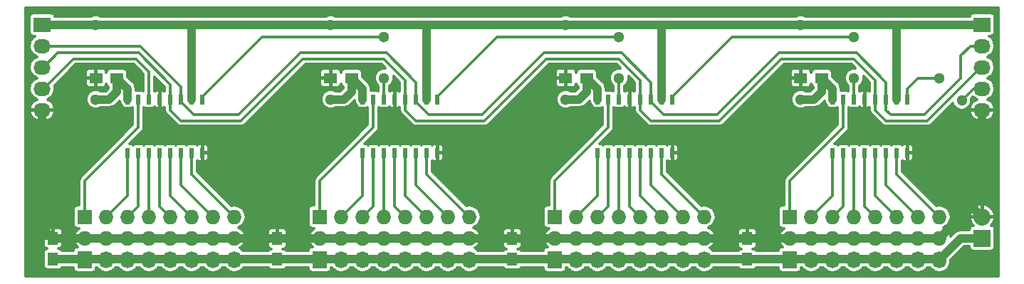
<source format=gbr>
G04 #@! TF.FileFunction,Copper,L1,Top,Signal*
%FSLAX46Y46*%
G04 Gerber Fmt 4.6, Leading zero omitted, Abs format (unit mm)*
G04 Created by KiCad (PCBNEW 4.0.0-rc2-stable) date Tue 17 Nov 2015 13:54:05 BRT*
%MOMM*%
G01*
G04 APERTURE LIST*
%ADD10C,0.100000*%
%ADD11R,1.500000X1.250000*%
%ADD12R,1.250000X1.500000*%
%ADD13R,1.727200X1.727200*%
%ADD14O,1.727200X1.727200*%
%ADD15R,1.727200X2.032000*%
%ADD16O,1.727200X2.032000*%
%ADD17R,2.032000X1.727200*%
%ADD18O,2.032000X1.727200*%
%ADD19R,0.508000X1.143000*%
%ADD20R,2.032000X2.032000*%
%ADD21O,2.032000X2.032000*%
%ADD22C,1.300000*%
%ADD23C,1.000000*%
%ADD24C,0.350000*%
%ADD25C,0.300000*%
G04 APERTURE END LIST*
D10*
D11*
X217150000Y-36830000D03*
X214650000Y-36830000D03*
X161290000Y-36830000D03*
X158790000Y-36830000D03*
X189190000Y-36830000D03*
X186690000Y-36830000D03*
X245090000Y-36830000D03*
X242590000Y-36830000D03*
D12*
X208280000Y-58400000D03*
X208280000Y-55900000D03*
X153670000Y-58380000D03*
X153670000Y-55880000D03*
X180340000Y-58400000D03*
X180340000Y-55900000D03*
X236220000Y-58400000D03*
X236220000Y-55900000D03*
D13*
X157480000Y-53340000D03*
D14*
X157480000Y-55880000D03*
X160020000Y-53340000D03*
X160020000Y-55880000D03*
X162560000Y-53340000D03*
X162560000Y-55880000D03*
X165100000Y-53340000D03*
X165100000Y-55880000D03*
X167640000Y-53340000D03*
X167640000Y-55880000D03*
X170180000Y-53340000D03*
X170180000Y-55880000D03*
X172720000Y-53340000D03*
X172720000Y-55880000D03*
X175260000Y-53340000D03*
X175260000Y-55880000D03*
D15*
X157480000Y-58420000D03*
D16*
X160020000Y-58420000D03*
X162560000Y-58420000D03*
X165100000Y-58420000D03*
X167640000Y-58420000D03*
X170180000Y-58420000D03*
X172720000Y-58420000D03*
X175260000Y-58420000D03*
D13*
X185420000Y-53340000D03*
D14*
X185420000Y-55880000D03*
X187960000Y-53340000D03*
X187960000Y-55880000D03*
X190500000Y-53340000D03*
X190500000Y-55880000D03*
X193040000Y-53340000D03*
X193040000Y-55880000D03*
X195580000Y-53340000D03*
X195580000Y-55880000D03*
X198120000Y-53340000D03*
X198120000Y-55880000D03*
X200660000Y-53340000D03*
X200660000Y-55880000D03*
X203200000Y-53340000D03*
X203200000Y-55880000D03*
D15*
X185420000Y-58420000D03*
D16*
X187960000Y-58420000D03*
X190500000Y-58420000D03*
X193040000Y-58420000D03*
X195580000Y-58420000D03*
X198120000Y-58420000D03*
X200660000Y-58420000D03*
X203200000Y-58420000D03*
D17*
X152400000Y-30480000D03*
D18*
X152400000Y-33020000D03*
X152400000Y-35560000D03*
X152400000Y-38100000D03*
X152400000Y-40640000D03*
D13*
X213360000Y-53340000D03*
D14*
X213360000Y-55880000D03*
X215900000Y-53340000D03*
X215900000Y-55880000D03*
X218440000Y-53340000D03*
X218440000Y-55880000D03*
X220980000Y-53340000D03*
X220980000Y-55880000D03*
X223520000Y-53340000D03*
X223520000Y-55880000D03*
X226060000Y-53340000D03*
X226060000Y-55880000D03*
X228600000Y-53340000D03*
X228600000Y-55880000D03*
X231140000Y-53340000D03*
X231140000Y-55880000D03*
D17*
X264160000Y-30480000D03*
D18*
X264160000Y-33020000D03*
X264160000Y-35560000D03*
X264160000Y-38100000D03*
X264160000Y-40640000D03*
D15*
X213360000Y-58420000D03*
D16*
X215900000Y-58420000D03*
X218440000Y-58420000D03*
X220980000Y-58420000D03*
X223520000Y-58420000D03*
X226060000Y-58420000D03*
X228600000Y-58420000D03*
X231140000Y-58420000D03*
D13*
X241300000Y-53340000D03*
D14*
X241300000Y-55880000D03*
X243840000Y-53340000D03*
X243840000Y-55880000D03*
X246380000Y-53340000D03*
X246380000Y-55880000D03*
X248920000Y-53340000D03*
X248920000Y-55880000D03*
X251460000Y-53340000D03*
X251460000Y-55880000D03*
X254000000Y-53340000D03*
X254000000Y-55880000D03*
X256540000Y-53340000D03*
X256540000Y-55880000D03*
X259080000Y-53340000D03*
X259080000Y-55880000D03*
D15*
X241300000Y-58420000D03*
D16*
X243840000Y-58420000D03*
X246380000Y-58420000D03*
X248920000Y-58420000D03*
X251460000Y-58420000D03*
X254000000Y-58420000D03*
X256540000Y-58420000D03*
X259080000Y-58420000D03*
D19*
X162560000Y-39370000D03*
X165100000Y-39370000D03*
X166370000Y-39370000D03*
X167640000Y-39370000D03*
X168910000Y-39370000D03*
X170180000Y-39370000D03*
X171450000Y-39370000D03*
X171450000Y-45720000D03*
X170180000Y-45720000D03*
X168910000Y-45720000D03*
X167640000Y-45720000D03*
X166370000Y-45720000D03*
X165100000Y-45720000D03*
X163830000Y-45720000D03*
X162560000Y-45720000D03*
X163830000Y-39370000D03*
X190500000Y-39370000D03*
X193040000Y-39370000D03*
X194310000Y-39370000D03*
X195580000Y-39370000D03*
X196850000Y-39370000D03*
X198120000Y-39370000D03*
X199390000Y-39370000D03*
X199390000Y-45720000D03*
X198120000Y-45720000D03*
X196850000Y-45720000D03*
X195580000Y-45720000D03*
X194310000Y-45720000D03*
X193040000Y-45720000D03*
X191770000Y-45720000D03*
X190500000Y-45720000D03*
X191770000Y-39370000D03*
X218440000Y-39370000D03*
X220980000Y-39370000D03*
X222250000Y-39370000D03*
X223520000Y-39370000D03*
X224790000Y-39370000D03*
X226060000Y-39370000D03*
X227330000Y-39370000D03*
X227330000Y-45720000D03*
X226060000Y-45720000D03*
X224790000Y-45720000D03*
X223520000Y-45720000D03*
X222250000Y-45720000D03*
X220980000Y-45720000D03*
X219710000Y-45720000D03*
X218440000Y-45720000D03*
X219710000Y-39370000D03*
X246380000Y-39370000D03*
X248920000Y-39370000D03*
X250190000Y-39370000D03*
X251460000Y-39370000D03*
X252730000Y-39370000D03*
X254000000Y-39370000D03*
X255270000Y-39370000D03*
X255270000Y-45720000D03*
X254000000Y-45720000D03*
X252730000Y-45720000D03*
X251460000Y-45720000D03*
X250190000Y-45720000D03*
X248920000Y-45720000D03*
X247650000Y-45720000D03*
X246380000Y-45720000D03*
X247650000Y-39370000D03*
D20*
X264160000Y-55880000D03*
D21*
X264160000Y-53340000D03*
D22*
X242570000Y-30480000D03*
X242570000Y-39370000D03*
X214630000Y-30480000D03*
X214630000Y-39370000D03*
X186690000Y-30480000D03*
X186690000Y-39370000D03*
X158750000Y-30480000D03*
X158750000Y-39370000D03*
X259080000Y-36830000D03*
X261739658Y-39489658D03*
X193040000Y-31980010D03*
X193040000Y-36830000D03*
X220980000Y-31980010D03*
X220980000Y-36830000D03*
X248920000Y-31980010D03*
X248920000Y-36830000D03*
D23*
X226060000Y-30480000D02*
X242570000Y-30480000D01*
X242570000Y-30480000D02*
X254000000Y-30480000D01*
X245090000Y-36830000D02*
X245090000Y-38455000D01*
X245090000Y-38455000D02*
X244175000Y-39370000D01*
X244175000Y-39370000D02*
X242570000Y-39370000D01*
X198120000Y-30480000D02*
X214630000Y-30480000D01*
X214630000Y-30480000D02*
X226060000Y-30480000D01*
X217150000Y-36830000D02*
X217150000Y-38455000D01*
X217150000Y-38455000D02*
X216235000Y-39370000D01*
X216235000Y-39370000D02*
X214630000Y-39370000D01*
X170180000Y-30480000D02*
X186690000Y-30480000D01*
X186690000Y-30480000D02*
X198120000Y-30480000D01*
X189190000Y-36830000D02*
X189190000Y-38455000D01*
X189190000Y-38455000D02*
X188275000Y-39370000D01*
X188275000Y-39370000D02*
X186690000Y-39370000D01*
X161290000Y-36830000D02*
X161290000Y-38455000D01*
X161290000Y-38455000D02*
X160375000Y-39370000D01*
X160375000Y-39370000D02*
X158750000Y-39370000D01*
X162560000Y-39370000D02*
X162560000Y-38100000D01*
X162560000Y-38100000D02*
X161290000Y-36830000D01*
X246380000Y-39370000D02*
X246380000Y-38120000D01*
X246380000Y-38120000D02*
X245090000Y-36830000D01*
X218440000Y-39370000D02*
X218440000Y-38120000D01*
X218440000Y-38120000D02*
X217150000Y-36830000D01*
X190500000Y-39370000D02*
X190500000Y-38140000D01*
X190500000Y-38140000D02*
X189190000Y-36830000D01*
X254000000Y-30480000D02*
X264160000Y-30480000D01*
X254000000Y-39370000D02*
X254000000Y-30480000D01*
X226060000Y-39370000D02*
X226060000Y-30480000D01*
X198120000Y-39370000D02*
X198120000Y-30480000D01*
X152552400Y-30480000D02*
X170180000Y-30480000D01*
X170180000Y-39370000D02*
X170180000Y-30480000D01*
X152400000Y-30480000D02*
X152552400Y-30480000D01*
X264160000Y-50800000D02*
X262890000Y-52070000D01*
X262890000Y-52070000D02*
X259080000Y-55880000D01*
X264160000Y-53340000D02*
X262890000Y-52070000D01*
X264160000Y-40640000D02*
X264160000Y-50800000D01*
X152400000Y-40640000D02*
X152400000Y-54610000D01*
X152400000Y-54610000D02*
X153670000Y-55880000D01*
X259080000Y-55880000D02*
X175224190Y-55880000D01*
X175224190Y-55880000D02*
X153670000Y-55880000D01*
X264160000Y-55880000D02*
X261620000Y-55880000D01*
X261620000Y-55880000D02*
X259080000Y-58420000D01*
X153670000Y-58380000D02*
X259040000Y-58380000D01*
X259040000Y-58380000D02*
X259080000Y-58420000D01*
D24*
X163830000Y-39370000D02*
X163830000Y-42679498D01*
X163830000Y-42679498D02*
X157480000Y-49029498D01*
X157480000Y-49029498D02*
X157480000Y-52126400D01*
X157480000Y-52126400D02*
X157480000Y-53340000D01*
X162560000Y-45720000D02*
X162560000Y-50800000D01*
X162560000Y-50800000D02*
X160020000Y-53340000D01*
X163830000Y-45720000D02*
X163830000Y-52070000D01*
X163830000Y-52070000D02*
X162560000Y-53340000D01*
X165100000Y-45720000D02*
X165100000Y-53340000D01*
X166370000Y-45720000D02*
X166370000Y-52070000D01*
X166370000Y-52070000D02*
X167640000Y-53340000D01*
X167640000Y-45720000D02*
X167640000Y-50800000D01*
X167640000Y-50800000D02*
X170180000Y-53340000D01*
X168910000Y-45720000D02*
X168910000Y-49530000D01*
X168910000Y-49530000D02*
X172720000Y-53340000D01*
X170180000Y-45720000D02*
X170180000Y-48260000D01*
X170180000Y-48260000D02*
X175260000Y-53340000D01*
X191770000Y-39370000D02*
X191770000Y-42679498D01*
X191770000Y-42679498D02*
X185420000Y-49029498D01*
X185420000Y-49029498D02*
X185420000Y-52126400D01*
X185420000Y-52126400D02*
X185420000Y-53340000D01*
X190500000Y-45720000D02*
X190500000Y-50800000D01*
X190500000Y-50800000D02*
X187960000Y-53340000D01*
X191770000Y-45720000D02*
X191770000Y-52070000D01*
X191770000Y-52070000D02*
X190500000Y-53340000D01*
X193040000Y-45720000D02*
X193040000Y-53340000D01*
X194310000Y-45720000D02*
X194310000Y-52070000D01*
X194310000Y-52070000D02*
X195580000Y-53340000D01*
X195580000Y-45720000D02*
X195580000Y-50800000D01*
X195580000Y-50800000D02*
X198120000Y-53340000D01*
X196850000Y-45720000D02*
X196850000Y-49530000D01*
X196850000Y-49530000D02*
X200660000Y-53340000D01*
X198120000Y-45720000D02*
X198120000Y-48260000D01*
X198120000Y-48260000D02*
X203200000Y-53340000D01*
X252730000Y-37364035D02*
X252730000Y-38448500D01*
X249209954Y-33843989D02*
X252730000Y-37364035D01*
X232628047Y-41209989D02*
X239994046Y-33843989D01*
X226312489Y-41209989D02*
X232628047Y-41209989D01*
X224790000Y-39370000D02*
X224790000Y-39687500D01*
X252730000Y-38448500D02*
X252730000Y-39370000D01*
X224790000Y-39687500D02*
X226312489Y-41209989D01*
X239994046Y-33843989D02*
X249209954Y-33843989D01*
X224790000Y-38448500D02*
X224790000Y-39370000D01*
X221269954Y-33843989D02*
X224790000Y-37364035D01*
X212054046Y-33843989D02*
X221269954Y-33843989D01*
X224790000Y-37364035D02*
X224790000Y-38448500D01*
X204688047Y-41209989D02*
X212054046Y-33843989D01*
X196850000Y-39370000D02*
X196850000Y-39687500D01*
X198372489Y-41209989D02*
X204688047Y-41209989D01*
X196850000Y-39687500D02*
X198372489Y-41209989D01*
X196850000Y-38448500D02*
X196850000Y-39370000D01*
X196850000Y-37364035D02*
X196850000Y-38448500D01*
X170432489Y-41209989D02*
X175732047Y-41209989D01*
X193329954Y-33843989D02*
X196850000Y-37364035D01*
X183098046Y-33843989D02*
X193329954Y-33843989D01*
X168910000Y-39687500D02*
X170432489Y-41209989D01*
X168910000Y-39370000D02*
X168910000Y-39687500D01*
X175732047Y-41209989D02*
X183098046Y-33843989D01*
X168910000Y-37898070D02*
X168910000Y-38448500D01*
X164031930Y-33020000D02*
X168910000Y-37898070D01*
X152400000Y-33020000D02*
X164031930Y-33020000D01*
X168910000Y-38448500D02*
X168910000Y-39370000D01*
X261620000Y-36830000D02*
X261620000Y-34194000D01*
X261620000Y-34194000D02*
X262794000Y-33020000D01*
X262794000Y-33020000D02*
X264160000Y-33020000D01*
X257240010Y-41209990D02*
X261620000Y-36830000D01*
X253299990Y-41209990D02*
X257240010Y-41209990D01*
X252730000Y-40640000D02*
X253299990Y-41209990D01*
X252730000Y-39370000D02*
X252730000Y-40640000D01*
X196850000Y-41910000D02*
X204978000Y-41910000D01*
X248920000Y-34544000D02*
X251460000Y-37084000D01*
X223520000Y-37084000D02*
X223520000Y-40640000D01*
X232918000Y-41910000D02*
X240284000Y-34544000D01*
X223520000Y-40640000D02*
X224790000Y-41910000D01*
X224790000Y-41910000D02*
X232918000Y-41910000D01*
X204978000Y-41910000D02*
X212344000Y-34544000D01*
X195580000Y-39370000D02*
X195580000Y-40640000D01*
X195580000Y-40640000D02*
X196850000Y-41910000D01*
X212344000Y-34544000D02*
X220980000Y-34544000D01*
X220980000Y-34544000D02*
X223520000Y-37084000D01*
X240284000Y-34544000D02*
X248920000Y-34544000D01*
X251460000Y-37084000D02*
X251460000Y-39370000D01*
X176022000Y-41910000D02*
X183388000Y-34544000D01*
X195580000Y-37084000D02*
X195580000Y-39370000D01*
X167640000Y-40640000D02*
X168910000Y-41910000D01*
X183388000Y-34544000D02*
X193040000Y-34544000D01*
X168910000Y-41910000D02*
X176022000Y-41910000D01*
X167640000Y-39370000D02*
X167640000Y-40640000D01*
X193040000Y-34544000D02*
X195580000Y-37084000D01*
X167640000Y-38448500D02*
X167640000Y-39370000D01*
X167640000Y-37618035D02*
X167640000Y-38448500D01*
X152400000Y-35560000D02*
X152552400Y-35560000D01*
X163865954Y-33843989D02*
X167640000Y-37618035D01*
X154268411Y-33843989D02*
X163865954Y-33843989D01*
X152552400Y-35560000D02*
X154268411Y-33843989D01*
X252730000Y-41910000D02*
X257657600Y-41910000D01*
X257657600Y-41910000D02*
X264007600Y-35560000D01*
X264007600Y-35560000D02*
X264160000Y-35560000D01*
X251460000Y-40640000D02*
X252730000Y-41910000D01*
X251460000Y-39370000D02*
X251460000Y-40640000D01*
X163576000Y-34544000D02*
X165100000Y-36068000D01*
X152400000Y-38100000D02*
X152552400Y-38100000D01*
X165100000Y-38448500D02*
X165100000Y-39370000D01*
X152552400Y-38100000D02*
X156108400Y-34544000D01*
X156108400Y-34544000D02*
X163576000Y-34544000D01*
X165100000Y-36068000D02*
X165100000Y-38448500D01*
X219710000Y-39370000D02*
X219710000Y-42679498D01*
X219710000Y-42679498D02*
X213360000Y-49029498D01*
X213360000Y-49029498D02*
X213360000Y-52126400D01*
X213360000Y-52126400D02*
X213360000Y-53340000D01*
X218440000Y-45720000D02*
X218440000Y-50800000D01*
X218440000Y-50800000D02*
X215900000Y-53340000D01*
X219710000Y-45720000D02*
X219710000Y-52070000D01*
X219710000Y-52070000D02*
X218440000Y-53340000D01*
X220980000Y-45720000D02*
X220980000Y-53340000D01*
X222250000Y-45720000D02*
X222250000Y-52070000D01*
X222250000Y-52070000D02*
X223520000Y-53340000D01*
X223520000Y-45720000D02*
X223520000Y-50800000D01*
X223520000Y-50800000D02*
X226060000Y-53340000D01*
X224790000Y-45720000D02*
X224790000Y-49530000D01*
X224790000Y-49530000D02*
X228600000Y-53340000D01*
X226060000Y-45720000D02*
X226060000Y-48260000D01*
X226060000Y-48260000D02*
X231140000Y-53340000D01*
X256540000Y-36830000D02*
X255270000Y-38100000D01*
X255270000Y-38100000D02*
X255270000Y-39370000D01*
X259080000Y-36830000D02*
X256540000Y-36830000D01*
X264160000Y-38100000D02*
X263129316Y-38100000D01*
X263129316Y-38100000D02*
X261739658Y-39489658D01*
X247650000Y-39370000D02*
X247650000Y-42679498D01*
X247650000Y-42679498D02*
X241300000Y-49029498D01*
X241300000Y-49029498D02*
X241300000Y-52126400D01*
X241300000Y-52126400D02*
X241300000Y-53340000D01*
X246380000Y-45720000D02*
X246380000Y-50800000D01*
X246380000Y-50800000D02*
X243840000Y-53340000D01*
X247650000Y-45720000D02*
X247650000Y-52070000D01*
X247650000Y-52070000D02*
X246380000Y-53340000D01*
X248920000Y-45720000D02*
X248920000Y-53340000D01*
X250190000Y-45720000D02*
X250190000Y-52070000D01*
X250190000Y-52070000D02*
X251460000Y-53340000D01*
X251460000Y-45720000D02*
X251460000Y-50800000D01*
X251460000Y-50800000D02*
X254000000Y-53340000D01*
X252730000Y-45720000D02*
X252730000Y-49530000D01*
X252730000Y-49530000D02*
X256540000Y-53340000D01*
X254000000Y-45720000D02*
X254000000Y-48260000D01*
X254000000Y-48260000D02*
X259080000Y-53340000D01*
X193040000Y-31980010D02*
X178522490Y-31980010D01*
X178522490Y-31980010D02*
X171450000Y-39052500D01*
X193040000Y-39370000D02*
X193040000Y-36830000D01*
X220980000Y-31980010D02*
X206462490Y-31980010D01*
X206462490Y-31980010D02*
X199390000Y-39052500D01*
X199390000Y-39052500D02*
X199390000Y-39370000D01*
X220980000Y-39370000D02*
X220980000Y-36830000D01*
X248920000Y-31980010D02*
X234402490Y-31980010D01*
X234402490Y-31980010D02*
X227330000Y-39052500D01*
X227330000Y-39052500D02*
X227330000Y-39370000D01*
X248920000Y-39370000D02*
X248920000Y-36830000D01*
D25*
G36*
X266125000Y-60385000D02*
X150435000Y-60385000D01*
X150435000Y-55030544D01*
X152545000Y-55030544D01*
X152545000Y-55730000D01*
X152670000Y-55855000D01*
X153645000Y-55855000D01*
X153645000Y-54755000D01*
X153695000Y-54755000D01*
X153695000Y-55855000D01*
X154670000Y-55855000D01*
X154795000Y-55730000D01*
X154795000Y-55030544D01*
X154718880Y-54846773D01*
X154578227Y-54706121D01*
X154394456Y-54630000D01*
X153820000Y-54630000D01*
X153695000Y-54755000D01*
X153645000Y-54755000D01*
X153520000Y-54630000D01*
X152945544Y-54630000D01*
X152761773Y-54706121D01*
X152621120Y-54846773D01*
X152545000Y-55030544D01*
X150435000Y-55030544D01*
X150435000Y-40877970D01*
X150904925Y-40877970D01*
X150978231Y-41138730D01*
X151265712Y-41586533D01*
X151702676Y-41890235D01*
X152222600Y-42003600D01*
X152375000Y-42003600D01*
X152375000Y-40665000D01*
X152425000Y-40665000D01*
X152425000Y-42003600D01*
X152577400Y-42003600D01*
X153097324Y-41890235D01*
X153534288Y-41586533D01*
X153821769Y-41138730D01*
X153895075Y-40877970D01*
X153790748Y-40665000D01*
X152425000Y-40665000D01*
X152375000Y-40665000D01*
X151009252Y-40665000D01*
X150904925Y-40877970D01*
X150435000Y-40877970D01*
X150435000Y-33020000D01*
X150854300Y-33020000D01*
X150958098Y-33541827D01*
X151253689Y-33984211D01*
X151696073Y-34279802D01*
X151747342Y-34290000D01*
X151696073Y-34300198D01*
X151253689Y-34595789D01*
X150958098Y-35038173D01*
X150854300Y-35560000D01*
X150958098Y-36081827D01*
X151253689Y-36524211D01*
X151696073Y-36819802D01*
X151747342Y-36830000D01*
X151696073Y-36840198D01*
X151253689Y-37135789D01*
X150958098Y-37578173D01*
X150854300Y-38100000D01*
X150958098Y-38621827D01*
X151253689Y-39064211D01*
X151696073Y-39359802D01*
X151771388Y-39374783D01*
X151702676Y-39389765D01*
X151265712Y-39693467D01*
X150978231Y-40141270D01*
X150904925Y-40402030D01*
X151009252Y-40615000D01*
X152375000Y-40615000D01*
X152375000Y-40595000D01*
X152425000Y-40595000D01*
X152425000Y-40615000D01*
X153790748Y-40615000D01*
X153895075Y-40402030D01*
X153821769Y-40141270D01*
X153534288Y-39693467D01*
X153097324Y-39389765D01*
X153028612Y-39374783D01*
X153103927Y-39359802D01*
X153546311Y-39064211D01*
X153841902Y-38621827D01*
X153945700Y-38100000D01*
X153872914Y-37734080D01*
X154626994Y-36980000D01*
X157540000Y-36980000D01*
X157540000Y-37554456D01*
X157616121Y-37738227D01*
X157756773Y-37878880D01*
X157940544Y-37955000D01*
X158640000Y-37955000D01*
X158765000Y-37830000D01*
X158765000Y-36855000D01*
X157665000Y-36855000D01*
X157540000Y-36980000D01*
X154626994Y-36980000D01*
X155501450Y-36105544D01*
X157540000Y-36105544D01*
X157540000Y-36680000D01*
X157665000Y-36805000D01*
X158765000Y-36805000D01*
X158765000Y-35830000D01*
X158640000Y-35705000D01*
X157940544Y-35705000D01*
X157756773Y-35781120D01*
X157616121Y-35921773D01*
X157540000Y-36105544D01*
X155501450Y-36105544D01*
X156387994Y-35219000D01*
X163296406Y-35219000D01*
X164425000Y-36347594D01*
X164425000Y-38426346D01*
X164282339Y-38328870D01*
X164084000Y-38288705D01*
X163576000Y-38288705D01*
X163560000Y-38291716D01*
X163560000Y-38100000D01*
X163483880Y-37717317D01*
X163267107Y-37392893D01*
X162549795Y-36675581D01*
X162549795Y-36205000D01*
X162514931Y-36019711D01*
X162405425Y-35849535D01*
X162238339Y-35735370D01*
X162040000Y-35695205D01*
X160540000Y-35695205D01*
X160354711Y-35730069D01*
X160184535Y-35839575D01*
X160070370Y-36006661D01*
X160040000Y-36156631D01*
X160040000Y-36105544D01*
X159963879Y-35921773D01*
X159823227Y-35781120D01*
X159639456Y-35705000D01*
X158940000Y-35705000D01*
X158815000Y-35830000D01*
X158815000Y-36805000D01*
X158835000Y-36805000D01*
X158835000Y-36855000D01*
X158815000Y-36855000D01*
X158815000Y-37830000D01*
X158940000Y-37955000D01*
X159639456Y-37955000D01*
X159823227Y-37878880D01*
X159963879Y-37738227D01*
X160040000Y-37554456D01*
X160040000Y-37507057D01*
X160065069Y-37640289D01*
X160174575Y-37810465D01*
X160290000Y-37889332D01*
X160290000Y-38040787D01*
X159960786Y-38370000D01*
X159340511Y-38370000D01*
X158979753Y-38220200D01*
X158522254Y-38219801D01*
X158099428Y-38394509D01*
X157775646Y-38717727D01*
X157600200Y-39140247D01*
X157599801Y-39597746D01*
X157774509Y-40020572D01*
X158097727Y-40344354D01*
X158520247Y-40519800D01*
X158977746Y-40520199D01*
X159341256Y-40370000D01*
X160375000Y-40370000D01*
X160757684Y-40293880D01*
X161082107Y-40077107D01*
X161598029Y-39561185D01*
X161636120Y-39752683D01*
X161809502Y-40012167D01*
X161831069Y-40126789D01*
X161940575Y-40296965D01*
X162107661Y-40411130D01*
X162306000Y-40451295D01*
X162814000Y-40451295D01*
X162999289Y-40416431D01*
X163155000Y-40316233D01*
X163155000Y-42399904D01*
X157002703Y-48552201D01*
X156856381Y-48771186D01*
X156856381Y-48771187D01*
X156805000Y-49029498D01*
X156805000Y-51966605D01*
X156616400Y-51966605D01*
X156431111Y-52001469D01*
X156260935Y-52110975D01*
X156146770Y-52278061D01*
X156106605Y-52476400D01*
X156106605Y-54203600D01*
X156141469Y-54388889D01*
X156250975Y-54559065D01*
X156418061Y-54673230D01*
X156616400Y-54713395D01*
X156790440Y-54713395D01*
X156746323Y-54730596D01*
X156362313Y-55098855D01*
X156148461Y-55586036D01*
X156137325Y-55642030D01*
X156241652Y-55855000D01*
X157455000Y-55855000D01*
X157455000Y-55835000D01*
X157505000Y-55835000D01*
X157505000Y-55855000D01*
X158718348Y-55855000D01*
X158750000Y-55790387D01*
X158781652Y-55855000D01*
X159995000Y-55855000D01*
X159995000Y-55835000D01*
X160045000Y-55835000D01*
X160045000Y-55855000D01*
X161258348Y-55855000D01*
X161290000Y-55790387D01*
X161321652Y-55855000D01*
X162535000Y-55855000D01*
X162535000Y-55835000D01*
X162585000Y-55835000D01*
X162585000Y-55855000D01*
X163798348Y-55855000D01*
X163830000Y-55790387D01*
X163861652Y-55855000D01*
X165075000Y-55855000D01*
X165075000Y-55835000D01*
X165125000Y-55835000D01*
X165125000Y-55855000D01*
X166338348Y-55855000D01*
X166370000Y-55790387D01*
X166401652Y-55855000D01*
X167615000Y-55855000D01*
X167615000Y-55835000D01*
X167665000Y-55835000D01*
X167665000Y-55855000D01*
X168878348Y-55855000D01*
X168910000Y-55790387D01*
X168941652Y-55855000D01*
X170155000Y-55855000D01*
X170155000Y-55835000D01*
X170205000Y-55835000D01*
X170205000Y-55855000D01*
X171418348Y-55855000D01*
X171450000Y-55790387D01*
X171481652Y-55855000D01*
X172695000Y-55855000D01*
X172695000Y-55835000D01*
X172745000Y-55835000D01*
X172745000Y-55855000D01*
X173958348Y-55855000D01*
X173990000Y-55790387D01*
X174021652Y-55855000D01*
X175235000Y-55855000D01*
X175235000Y-55835000D01*
X175285000Y-55835000D01*
X175285000Y-55855000D01*
X176498348Y-55855000D01*
X176602675Y-55642030D01*
X176591539Y-55586036D01*
X176377687Y-55098855D01*
X176327310Y-55050544D01*
X179215000Y-55050544D01*
X179215000Y-55750000D01*
X179340000Y-55875000D01*
X180315000Y-55875000D01*
X180315000Y-54775000D01*
X180365000Y-54775000D01*
X180365000Y-55875000D01*
X181340000Y-55875000D01*
X181465000Y-55750000D01*
X181465000Y-55050544D01*
X181388880Y-54866773D01*
X181248227Y-54726121D01*
X181064456Y-54650000D01*
X180490000Y-54650000D01*
X180365000Y-54775000D01*
X180315000Y-54775000D01*
X180190000Y-54650000D01*
X179615544Y-54650000D01*
X179431773Y-54726121D01*
X179291120Y-54866773D01*
X179215000Y-55050544D01*
X176327310Y-55050544D01*
X175993677Y-54730596D01*
X175709000Y-54619602D01*
X175808542Y-54599802D01*
X176250926Y-54304211D01*
X176546517Y-53861827D01*
X176650315Y-53340000D01*
X176546517Y-52818173D01*
X176250926Y-52375789D01*
X175808542Y-52080198D01*
X175286715Y-51976400D01*
X175233285Y-51976400D01*
X174914420Y-52039826D01*
X170855000Y-47980406D01*
X170855000Y-46657607D01*
X170912773Y-46715380D01*
X171096544Y-46791500D01*
X171300000Y-46791500D01*
X171425000Y-46666500D01*
X171425000Y-45745000D01*
X171475000Y-45745000D01*
X171475000Y-46666500D01*
X171600000Y-46791500D01*
X171803456Y-46791500D01*
X171987227Y-46715380D01*
X172127879Y-46574727D01*
X172204000Y-46390956D01*
X172204000Y-45870000D01*
X172079000Y-45745000D01*
X171475000Y-45745000D01*
X171425000Y-45745000D01*
X171405000Y-45745000D01*
X171405000Y-45695000D01*
X171425000Y-45695000D01*
X171425000Y-44773500D01*
X171475000Y-44773500D01*
X171475000Y-45695000D01*
X172079000Y-45695000D01*
X172204000Y-45570000D01*
X172204000Y-45049044D01*
X172127879Y-44865273D01*
X171987227Y-44724620D01*
X171803456Y-44648500D01*
X171600000Y-44648500D01*
X171475000Y-44773500D01*
X171425000Y-44773500D01*
X171300000Y-44648500D01*
X171096544Y-44648500D01*
X170912773Y-44724620D01*
X170817018Y-44820375D01*
X170799425Y-44793035D01*
X170632339Y-44678870D01*
X170434000Y-44638705D01*
X169926000Y-44638705D01*
X169740711Y-44673569D01*
X169570535Y-44783075D01*
X169546063Y-44818891D01*
X169529425Y-44793035D01*
X169362339Y-44678870D01*
X169164000Y-44638705D01*
X168656000Y-44638705D01*
X168470711Y-44673569D01*
X168300535Y-44783075D01*
X168276063Y-44818891D01*
X168259425Y-44793035D01*
X168092339Y-44678870D01*
X167894000Y-44638705D01*
X167386000Y-44638705D01*
X167200711Y-44673569D01*
X167030535Y-44783075D01*
X167006063Y-44818891D01*
X166989425Y-44793035D01*
X166822339Y-44678870D01*
X166624000Y-44638705D01*
X166116000Y-44638705D01*
X165930711Y-44673569D01*
X165760535Y-44783075D01*
X165736063Y-44818891D01*
X165719425Y-44793035D01*
X165552339Y-44678870D01*
X165354000Y-44638705D01*
X164846000Y-44638705D01*
X164660711Y-44673569D01*
X164490535Y-44783075D01*
X164466063Y-44818891D01*
X164449425Y-44793035D01*
X164282339Y-44678870D01*
X164084000Y-44638705D01*
X163576000Y-44638705D01*
X163390711Y-44673569D01*
X163220535Y-44783075D01*
X163196063Y-44818891D01*
X163179425Y-44793035D01*
X163012339Y-44678870D01*
X162823469Y-44640623D01*
X164307297Y-43156795D01*
X164453619Y-42937810D01*
X164505000Y-42679498D01*
X164505000Y-40313654D01*
X164647661Y-40411130D01*
X164846000Y-40451295D01*
X165354000Y-40451295D01*
X165539289Y-40416431D01*
X165709465Y-40306925D01*
X165735790Y-40268397D01*
X165832773Y-40365380D01*
X166016544Y-40441500D01*
X166220000Y-40441500D01*
X166345000Y-40316500D01*
X166345000Y-39395000D01*
X166325000Y-39395000D01*
X166325000Y-39345000D01*
X166345000Y-39345000D01*
X166345000Y-38423500D01*
X166220000Y-38298500D01*
X166016544Y-38298500D01*
X165832773Y-38374620D01*
X165775000Y-38432393D01*
X165775000Y-36707629D01*
X166965000Y-37897629D01*
X166965000Y-38432393D01*
X166907227Y-38374620D01*
X166723456Y-38298500D01*
X166520000Y-38298500D01*
X166395000Y-38423500D01*
X166395000Y-39345000D01*
X166415000Y-39345000D01*
X166415000Y-39395000D01*
X166395000Y-39395000D01*
X166395000Y-40316500D01*
X166520000Y-40441500D01*
X166723456Y-40441500D01*
X166907227Y-40365380D01*
X166965000Y-40307607D01*
X166965000Y-40640000D01*
X167016381Y-40898312D01*
X167162703Y-41117297D01*
X168432703Y-42387297D01*
X168651688Y-42533619D01*
X168910000Y-42585000D01*
X176022000Y-42585000D01*
X176280312Y-42533619D01*
X176499297Y-42387297D01*
X181906594Y-36980000D01*
X185440000Y-36980000D01*
X185440000Y-37554456D01*
X185516121Y-37738227D01*
X185656773Y-37878880D01*
X185840544Y-37955000D01*
X186540000Y-37955000D01*
X186665000Y-37830000D01*
X186665000Y-36855000D01*
X185565000Y-36855000D01*
X185440000Y-36980000D01*
X181906594Y-36980000D01*
X182781050Y-36105544D01*
X185440000Y-36105544D01*
X185440000Y-36680000D01*
X185565000Y-36805000D01*
X186665000Y-36805000D01*
X186665000Y-35830000D01*
X186540000Y-35705000D01*
X185840544Y-35705000D01*
X185656773Y-35781120D01*
X185516121Y-35921773D01*
X185440000Y-36105544D01*
X182781050Y-36105544D01*
X183667594Y-35219000D01*
X192760406Y-35219000D01*
X193221564Y-35680158D01*
X192812254Y-35679801D01*
X192389428Y-35854509D01*
X192065646Y-36177727D01*
X191890200Y-36600247D01*
X191889801Y-37057746D01*
X192064509Y-37480572D01*
X192365000Y-37781587D01*
X192365000Y-38426346D01*
X192222339Y-38328870D01*
X192024000Y-38288705D01*
X191516000Y-38288705D01*
X191500000Y-38291716D01*
X191500000Y-38140000D01*
X191458215Y-37929931D01*
X191423880Y-37757316D01*
X191207107Y-37432893D01*
X190449795Y-36675581D01*
X190449795Y-36205000D01*
X190414931Y-36019711D01*
X190305425Y-35849535D01*
X190138339Y-35735370D01*
X189940000Y-35695205D01*
X188440000Y-35695205D01*
X188254711Y-35730069D01*
X188084535Y-35839575D01*
X187970370Y-36006661D01*
X187940000Y-36156631D01*
X187940000Y-36105544D01*
X187863879Y-35921773D01*
X187723227Y-35781120D01*
X187539456Y-35705000D01*
X186840000Y-35705000D01*
X186715000Y-35830000D01*
X186715000Y-36805000D01*
X186735000Y-36805000D01*
X186735000Y-36855000D01*
X186715000Y-36855000D01*
X186715000Y-37830000D01*
X186840000Y-37955000D01*
X187539456Y-37955000D01*
X187723227Y-37878880D01*
X187863879Y-37738227D01*
X187940000Y-37554456D01*
X187940000Y-37507057D01*
X187965069Y-37640289D01*
X188074575Y-37810465D01*
X188190000Y-37889332D01*
X188190000Y-38040787D01*
X187860786Y-38370000D01*
X187280511Y-38370000D01*
X186919753Y-38220200D01*
X186462254Y-38219801D01*
X186039428Y-38394509D01*
X185715646Y-38717727D01*
X185540200Y-39140247D01*
X185539801Y-39597746D01*
X185714509Y-40020572D01*
X186037727Y-40344354D01*
X186460247Y-40519800D01*
X186917746Y-40520199D01*
X187281256Y-40370000D01*
X188275000Y-40370000D01*
X188657684Y-40293880D01*
X188982107Y-40077107D01*
X189531392Y-39527821D01*
X189576120Y-39752683D01*
X189749502Y-40012167D01*
X189771069Y-40126789D01*
X189880575Y-40296965D01*
X190047661Y-40411130D01*
X190246000Y-40451295D01*
X190754000Y-40451295D01*
X190939289Y-40416431D01*
X191095000Y-40316233D01*
X191095000Y-42399904D01*
X184942703Y-48552201D01*
X184796381Y-48771186D01*
X184796381Y-48771187D01*
X184745000Y-49029498D01*
X184745000Y-51966605D01*
X184556400Y-51966605D01*
X184371111Y-52001469D01*
X184200935Y-52110975D01*
X184086770Y-52278061D01*
X184046605Y-52476400D01*
X184046605Y-54203600D01*
X184081469Y-54388889D01*
X184190975Y-54559065D01*
X184358061Y-54673230D01*
X184556400Y-54713395D01*
X184730440Y-54713395D01*
X184686323Y-54730596D01*
X184302313Y-55098855D01*
X184088461Y-55586036D01*
X184077325Y-55642030D01*
X184181652Y-55855000D01*
X185395000Y-55855000D01*
X185395000Y-55835000D01*
X185445000Y-55835000D01*
X185445000Y-55855000D01*
X186658348Y-55855000D01*
X186690000Y-55790387D01*
X186721652Y-55855000D01*
X187935000Y-55855000D01*
X187935000Y-55835000D01*
X187985000Y-55835000D01*
X187985000Y-55855000D01*
X189198348Y-55855000D01*
X189230000Y-55790387D01*
X189261652Y-55855000D01*
X190475000Y-55855000D01*
X190475000Y-55835000D01*
X190525000Y-55835000D01*
X190525000Y-55855000D01*
X191738348Y-55855000D01*
X191770000Y-55790387D01*
X191801652Y-55855000D01*
X193015000Y-55855000D01*
X193015000Y-55835000D01*
X193065000Y-55835000D01*
X193065000Y-55855000D01*
X194278348Y-55855000D01*
X194310000Y-55790387D01*
X194341652Y-55855000D01*
X195555000Y-55855000D01*
X195555000Y-55835000D01*
X195605000Y-55835000D01*
X195605000Y-55855000D01*
X196818348Y-55855000D01*
X196850000Y-55790387D01*
X196881652Y-55855000D01*
X198095000Y-55855000D01*
X198095000Y-55835000D01*
X198145000Y-55835000D01*
X198145000Y-55855000D01*
X199358348Y-55855000D01*
X199390000Y-55790387D01*
X199421652Y-55855000D01*
X200635000Y-55855000D01*
X200635000Y-55835000D01*
X200685000Y-55835000D01*
X200685000Y-55855000D01*
X201898348Y-55855000D01*
X201930000Y-55790387D01*
X201961652Y-55855000D01*
X203175000Y-55855000D01*
X203175000Y-55835000D01*
X203225000Y-55835000D01*
X203225000Y-55855000D01*
X204438348Y-55855000D01*
X204542675Y-55642030D01*
X204531539Y-55586036D01*
X204317687Y-55098855D01*
X204267310Y-55050544D01*
X207155000Y-55050544D01*
X207155000Y-55750000D01*
X207280000Y-55875000D01*
X208255000Y-55875000D01*
X208255000Y-54775000D01*
X208305000Y-54775000D01*
X208305000Y-55875000D01*
X209280000Y-55875000D01*
X209405000Y-55750000D01*
X209405000Y-55050544D01*
X209328880Y-54866773D01*
X209188227Y-54726121D01*
X209004456Y-54650000D01*
X208430000Y-54650000D01*
X208305000Y-54775000D01*
X208255000Y-54775000D01*
X208130000Y-54650000D01*
X207555544Y-54650000D01*
X207371773Y-54726121D01*
X207231120Y-54866773D01*
X207155000Y-55050544D01*
X204267310Y-55050544D01*
X203933677Y-54730596D01*
X203649000Y-54619602D01*
X203748542Y-54599802D01*
X204190926Y-54304211D01*
X204486517Y-53861827D01*
X204590315Y-53340000D01*
X204486517Y-52818173D01*
X204190926Y-52375789D01*
X203748542Y-52080198D01*
X203226715Y-51976400D01*
X203173285Y-51976400D01*
X202854420Y-52039826D01*
X198795000Y-47980406D01*
X198795000Y-46657607D01*
X198852773Y-46715380D01*
X199036544Y-46791500D01*
X199240000Y-46791500D01*
X199365000Y-46666500D01*
X199365000Y-45745000D01*
X199415000Y-45745000D01*
X199415000Y-46666500D01*
X199540000Y-46791500D01*
X199743456Y-46791500D01*
X199927227Y-46715380D01*
X200067879Y-46574727D01*
X200144000Y-46390956D01*
X200144000Y-45870000D01*
X200019000Y-45745000D01*
X199415000Y-45745000D01*
X199365000Y-45745000D01*
X199345000Y-45745000D01*
X199345000Y-45695000D01*
X199365000Y-45695000D01*
X199365000Y-44773500D01*
X199415000Y-44773500D01*
X199415000Y-45695000D01*
X200019000Y-45695000D01*
X200144000Y-45570000D01*
X200144000Y-45049044D01*
X200067879Y-44865273D01*
X199927227Y-44724620D01*
X199743456Y-44648500D01*
X199540000Y-44648500D01*
X199415000Y-44773500D01*
X199365000Y-44773500D01*
X199240000Y-44648500D01*
X199036544Y-44648500D01*
X198852773Y-44724620D01*
X198757018Y-44820375D01*
X198739425Y-44793035D01*
X198572339Y-44678870D01*
X198374000Y-44638705D01*
X197866000Y-44638705D01*
X197680711Y-44673569D01*
X197510535Y-44783075D01*
X197486063Y-44818891D01*
X197469425Y-44793035D01*
X197302339Y-44678870D01*
X197104000Y-44638705D01*
X196596000Y-44638705D01*
X196410711Y-44673569D01*
X196240535Y-44783075D01*
X196216063Y-44818891D01*
X196199425Y-44793035D01*
X196032339Y-44678870D01*
X195834000Y-44638705D01*
X195326000Y-44638705D01*
X195140711Y-44673569D01*
X194970535Y-44783075D01*
X194946063Y-44818891D01*
X194929425Y-44793035D01*
X194762339Y-44678870D01*
X194564000Y-44638705D01*
X194056000Y-44638705D01*
X193870711Y-44673569D01*
X193700535Y-44783075D01*
X193676063Y-44818891D01*
X193659425Y-44793035D01*
X193492339Y-44678870D01*
X193294000Y-44638705D01*
X192786000Y-44638705D01*
X192600711Y-44673569D01*
X192430535Y-44783075D01*
X192406063Y-44818891D01*
X192389425Y-44793035D01*
X192222339Y-44678870D01*
X192024000Y-44638705D01*
X191516000Y-44638705D01*
X191330711Y-44673569D01*
X191160535Y-44783075D01*
X191136063Y-44818891D01*
X191119425Y-44793035D01*
X190952339Y-44678870D01*
X190763469Y-44640623D01*
X192247297Y-43156795D01*
X192393619Y-42937810D01*
X192445000Y-42679498D01*
X192445000Y-40313654D01*
X192587661Y-40411130D01*
X192786000Y-40451295D01*
X193294000Y-40451295D01*
X193479289Y-40416431D01*
X193649465Y-40306925D01*
X193675790Y-40268397D01*
X193772773Y-40365380D01*
X193956544Y-40441500D01*
X194160000Y-40441500D01*
X194285000Y-40316500D01*
X194285000Y-39395000D01*
X194265000Y-39395000D01*
X194265000Y-39345000D01*
X194285000Y-39345000D01*
X194285000Y-38423500D01*
X194160000Y-38298500D01*
X193956544Y-38298500D01*
X193772773Y-38374620D01*
X193715000Y-38432393D01*
X193715000Y-37781106D01*
X194014354Y-37482273D01*
X194189800Y-37059753D01*
X194190158Y-36648752D01*
X194905000Y-37363594D01*
X194905000Y-38432393D01*
X194847227Y-38374620D01*
X194663456Y-38298500D01*
X194460000Y-38298500D01*
X194335000Y-38423500D01*
X194335000Y-39345000D01*
X194355000Y-39345000D01*
X194355000Y-39395000D01*
X194335000Y-39395000D01*
X194335000Y-40316500D01*
X194460000Y-40441500D01*
X194663456Y-40441500D01*
X194847227Y-40365380D01*
X194905000Y-40307607D01*
X194905000Y-40640000D01*
X194956381Y-40898312D01*
X195102703Y-41117297D01*
X196372703Y-42387297D01*
X196591688Y-42533619D01*
X196850000Y-42585000D01*
X204978000Y-42585000D01*
X205236312Y-42533619D01*
X205455297Y-42387297D01*
X210862594Y-36980000D01*
X213400000Y-36980000D01*
X213400000Y-37554456D01*
X213476121Y-37738227D01*
X213616773Y-37878880D01*
X213800544Y-37955000D01*
X214500000Y-37955000D01*
X214625000Y-37830000D01*
X214625000Y-36855000D01*
X213525000Y-36855000D01*
X213400000Y-36980000D01*
X210862594Y-36980000D01*
X211737050Y-36105544D01*
X213400000Y-36105544D01*
X213400000Y-36680000D01*
X213525000Y-36805000D01*
X214625000Y-36805000D01*
X214625000Y-35830000D01*
X214500000Y-35705000D01*
X213800544Y-35705000D01*
X213616773Y-35781120D01*
X213476121Y-35921773D01*
X213400000Y-36105544D01*
X211737050Y-36105544D01*
X212623594Y-35219000D01*
X220700406Y-35219000D01*
X221161564Y-35680158D01*
X220752254Y-35679801D01*
X220329428Y-35854509D01*
X220005646Y-36177727D01*
X219830200Y-36600247D01*
X219829801Y-37057746D01*
X220004509Y-37480572D01*
X220305000Y-37781587D01*
X220305000Y-38426346D01*
X220162339Y-38328870D01*
X219964000Y-38288705D01*
X219456000Y-38288705D01*
X219440000Y-38291716D01*
X219440000Y-38120000D01*
X219363880Y-37737317D01*
X219147107Y-37412893D01*
X219147104Y-37412891D01*
X218409795Y-36675581D01*
X218409795Y-36205000D01*
X218374931Y-36019711D01*
X218265425Y-35849535D01*
X218098339Y-35735370D01*
X217900000Y-35695205D01*
X216400000Y-35695205D01*
X216214711Y-35730069D01*
X216044535Y-35839575D01*
X215930370Y-36006661D01*
X215900000Y-36156631D01*
X215900000Y-36105544D01*
X215823879Y-35921773D01*
X215683227Y-35781120D01*
X215499456Y-35705000D01*
X214800000Y-35705000D01*
X214675000Y-35830000D01*
X214675000Y-36805000D01*
X214695000Y-36805000D01*
X214695000Y-36855000D01*
X214675000Y-36855000D01*
X214675000Y-37830000D01*
X214800000Y-37955000D01*
X215499456Y-37955000D01*
X215683227Y-37878880D01*
X215823879Y-37738227D01*
X215900000Y-37554456D01*
X215900000Y-37507057D01*
X215925069Y-37640289D01*
X216034575Y-37810465D01*
X216150000Y-37889332D01*
X216150000Y-38040787D01*
X215820786Y-38370000D01*
X215220511Y-38370000D01*
X214859753Y-38220200D01*
X214402254Y-38219801D01*
X213979428Y-38394509D01*
X213655646Y-38717727D01*
X213480200Y-39140247D01*
X213479801Y-39597746D01*
X213654509Y-40020572D01*
X213977727Y-40344354D01*
X214400247Y-40519800D01*
X214857746Y-40520199D01*
X215221256Y-40370000D01*
X216235000Y-40370000D01*
X216617684Y-40293880D01*
X216942107Y-40077107D01*
X217474711Y-39544503D01*
X217516120Y-39752683D01*
X217689502Y-40012167D01*
X217711069Y-40126789D01*
X217820575Y-40296965D01*
X217987661Y-40411130D01*
X218186000Y-40451295D01*
X218694000Y-40451295D01*
X218879289Y-40416431D01*
X219035000Y-40316233D01*
X219035000Y-42399904D01*
X212882703Y-48552201D01*
X212736381Y-48771186D01*
X212736381Y-48771187D01*
X212685000Y-49029498D01*
X212685000Y-51966605D01*
X212496400Y-51966605D01*
X212311111Y-52001469D01*
X212140935Y-52110975D01*
X212026770Y-52278061D01*
X211986605Y-52476400D01*
X211986605Y-54203600D01*
X212021469Y-54388889D01*
X212130975Y-54559065D01*
X212298061Y-54673230D01*
X212496400Y-54713395D01*
X212670440Y-54713395D01*
X212626323Y-54730596D01*
X212242313Y-55098855D01*
X212028461Y-55586036D01*
X212017325Y-55642030D01*
X212121652Y-55855000D01*
X213335000Y-55855000D01*
X213335000Y-55835000D01*
X213385000Y-55835000D01*
X213385000Y-55855000D01*
X214598348Y-55855000D01*
X214630000Y-55790387D01*
X214661652Y-55855000D01*
X215875000Y-55855000D01*
X215875000Y-55835000D01*
X215925000Y-55835000D01*
X215925000Y-55855000D01*
X217138348Y-55855000D01*
X217170000Y-55790387D01*
X217201652Y-55855000D01*
X218415000Y-55855000D01*
X218415000Y-55835000D01*
X218465000Y-55835000D01*
X218465000Y-55855000D01*
X219678348Y-55855000D01*
X219710000Y-55790387D01*
X219741652Y-55855000D01*
X220955000Y-55855000D01*
X220955000Y-55835000D01*
X221005000Y-55835000D01*
X221005000Y-55855000D01*
X222218348Y-55855000D01*
X222250000Y-55790387D01*
X222281652Y-55855000D01*
X223495000Y-55855000D01*
X223495000Y-55835000D01*
X223545000Y-55835000D01*
X223545000Y-55855000D01*
X224758348Y-55855000D01*
X224790000Y-55790387D01*
X224821652Y-55855000D01*
X226035000Y-55855000D01*
X226035000Y-55835000D01*
X226085000Y-55835000D01*
X226085000Y-55855000D01*
X227298348Y-55855000D01*
X227330000Y-55790387D01*
X227361652Y-55855000D01*
X228575000Y-55855000D01*
X228575000Y-55835000D01*
X228625000Y-55835000D01*
X228625000Y-55855000D01*
X229838348Y-55855000D01*
X229870000Y-55790387D01*
X229901652Y-55855000D01*
X231115000Y-55855000D01*
X231115000Y-55835000D01*
X231165000Y-55835000D01*
X231165000Y-55855000D01*
X232378348Y-55855000D01*
X232482675Y-55642030D01*
X232471539Y-55586036D01*
X232257687Y-55098855D01*
X232207310Y-55050544D01*
X235095000Y-55050544D01*
X235095000Y-55750000D01*
X235220000Y-55875000D01*
X236195000Y-55875000D01*
X236195000Y-54775000D01*
X236245000Y-54775000D01*
X236245000Y-55875000D01*
X237220000Y-55875000D01*
X237345000Y-55750000D01*
X237345000Y-55050544D01*
X237268880Y-54866773D01*
X237128227Y-54726121D01*
X236944456Y-54650000D01*
X236370000Y-54650000D01*
X236245000Y-54775000D01*
X236195000Y-54775000D01*
X236070000Y-54650000D01*
X235495544Y-54650000D01*
X235311773Y-54726121D01*
X235171120Y-54866773D01*
X235095000Y-55050544D01*
X232207310Y-55050544D01*
X231873677Y-54730596D01*
X231589000Y-54619602D01*
X231688542Y-54599802D01*
X232130926Y-54304211D01*
X232426517Y-53861827D01*
X232530315Y-53340000D01*
X232426517Y-52818173D01*
X232130926Y-52375789D01*
X231688542Y-52080198D01*
X231166715Y-51976400D01*
X231113285Y-51976400D01*
X230794420Y-52039826D01*
X226735000Y-47980406D01*
X226735000Y-46657607D01*
X226792773Y-46715380D01*
X226976544Y-46791500D01*
X227180000Y-46791500D01*
X227305000Y-46666500D01*
X227305000Y-45745000D01*
X227355000Y-45745000D01*
X227355000Y-46666500D01*
X227480000Y-46791500D01*
X227683456Y-46791500D01*
X227867227Y-46715380D01*
X228007879Y-46574727D01*
X228084000Y-46390956D01*
X228084000Y-45870000D01*
X227959000Y-45745000D01*
X227355000Y-45745000D01*
X227305000Y-45745000D01*
X227285000Y-45745000D01*
X227285000Y-45695000D01*
X227305000Y-45695000D01*
X227305000Y-44773500D01*
X227355000Y-44773500D01*
X227355000Y-45695000D01*
X227959000Y-45695000D01*
X228084000Y-45570000D01*
X228084000Y-45049044D01*
X228007879Y-44865273D01*
X227867227Y-44724620D01*
X227683456Y-44648500D01*
X227480000Y-44648500D01*
X227355000Y-44773500D01*
X227305000Y-44773500D01*
X227180000Y-44648500D01*
X226976544Y-44648500D01*
X226792773Y-44724620D01*
X226697018Y-44820375D01*
X226679425Y-44793035D01*
X226512339Y-44678870D01*
X226314000Y-44638705D01*
X225806000Y-44638705D01*
X225620711Y-44673569D01*
X225450535Y-44783075D01*
X225426063Y-44818891D01*
X225409425Y-44793035D01*
X225242339Y-44678870D01*
X225044000Y-44638705D01*
X224536000Y-44638705D01*
X224350711Y-44673569D01*
X224180535Y-44783075D01*
X224156063Y-44818891D01*
X224139425Y-44793035D01*
X223972339Y-44678870D01*
X223774000Y-44638705D01*
X223266000Y-44638705D01*
X223080711Y-44673569D01*
X222910535Y-44783075D01*
X222886063Y-44818891D01*
X222869425Y-44793035D01*
X222702339Y-44678870D01*
X222504000Y-44638705D01*
X221996000Y-44638705D01*
X221810711Y-44673569D01*
X221640535Y-44783075D01*
X221616063Y-44818891D01*
X221599425Y-44793035D01*
X221432339Y-44678870D01*
X221234000Y-44638705D01*
X220726000Y-44638705D01*
X220540711Y-44673569D01*
X220370535Y-44783075D01*
X220346063Y-44818891D01*
X220329425Y-44793035D01*
X220162339Y-44678870D01*
X219964000Y-44638705D01*
X219456000Y-44638705D01*
X219270711Y-44673569D01*
X219100535Y-44783075D01*
X219076063Y-44818891D01*
X219059425Y-44793035D01*
X218892339Y-44678870D01*
X218703469Y-44640623D01*
X220187297Y-43156795D01*
X220333619Y-42937810D01*
X220385000Y-42679498D01*
X220385000Y-40313654D01*
X220527661Y-40411130D01*
X220726000Y-40451295D01*
X221234000Y-40451295D01*
X221419289Y-40416431D01*
X221589465Y-40306925D01*
X221615790Y-40268397D01*
X221712773Y-40365380D01*
X221896544Y-40441500D01*
X222100000Y-40441500D01*
X222225000Y-40316500D01*
X222225000Y-39395000D01*
X222205000Y-39395000D01*
X222205000Y-39345000D01*
X222225000Y-39345000D01*
X222225000Y-38423500D01*
X222100000Y-38298500D01*
X221896544Y-38298500D01*
X221712773Y-38374620D01*
X221655000Y-38432393D01*
X221655000Y-37781106D01*
X221954354Y-37482273D01*
X222129800Y-37059753D01*
X222130158Y-36648752D01*
X222845000Y-37363594D01*
X222845000Y-38432393D01*
X222787227Y-38374620D01*
X222603456Y-38298500D01*
X222400000Y-38298500D01*
X222275000Y-38423500D01*
X222275000Y-39345000D01*
X222295000Y-39345000D01*
X222295000Y-39395000D01*
X222275000Y-39395000D01*
X222275000Y-40316500D01*
X222400000Y-40441500D01*
X222603456Y-40441500D01*
X222787227Y-40365380D01*
X222845000Y-40307607D01*
X222845000Y-40640000D01*
X222896381Y-40898312D01*
X223042703Y-41117297D01*
X224312703Y-42387297D01*
X224531688Y-42533619D01*
X224790000Y-42585000D01*
X232918000Y-42585000D01*
X233176312Y-42533619D01*
X233395297Y-42387297D01*
X238802594Y-36980000D01*
X241340000Y-36980000D01*
X241340000Y-37554456D01*
X241416121Y-37738227D01*
X241556773Y-37878880D01*
X241740544Y-37955000D01*
X242440000Y-37955000D01*
X242565000Y-37830000D01*
X242565000Y-36855000D01*
X241465000Y-36855000D01*
X241340000Y-36980000D01*
X238802594Y-36980000D01*
X239677050Y-36105544D01*
X241340000Y-36105544D01*
X241340000Y-36680000D01*
X241465000Y-36805000D01*
X242565000Y-36805000D01*
X242565000Y-35830000D01*
X242440000Y-35705000D01*
X241740544Y-35705000D01*
X241556773Y-35781120D01*
X241416121Y-35921773D01*
X241340000Y-36105544D01*
X239677050Y-36105544D01*
X240563594Y-35219000D01*
X248640406Y-35219000D01*
X249101564Y-35680158D01*
X248692254Y-35679801D01*
X248269428Y-35854509D01*
X247945646Y-36177727D01*
X247770200Y-36600247D01*
X247769801Y-37057746D01*
X247944509Y-37480572D01*
X248245000Y-37781587D01*
X248245000Y-38426346D01*
X248102339Y-38328870D01*
X247904000Y-38288705D01*
X247396000Y-38288705D01*
X247380000Y-38291716D01*
X247380000Y-38120000D01*
X247303880Y-37737317D01*
X247087107Y-37412893D01*
X247087104Y-37412891D01*
X246349795Y-36675581D01*
X246349795Y-36205000D01*
X246314931Y-36019711D01*
X246205425Y-35849535D01*
X246038339Y-35735370D01*
X245840000Y-35695205D01*
X244340000Y-35695205D01*
X244154711Y-35730069D01*
X243984535Y-35839575D01*
X243870370Y-36006661D01*
X243840000Y-36156631D01*
X243840000Y-36105544D01*
X243763879Y-35921773D01*
X243623227Y-35781120D01*
X243439456Y-35705000D01*
X242740000Y-35705000D01*
X242615000Y-35830000D01*
X242615000Y-36805000D01*
X242635000Y-36805000D01*
X242635000Y-36855000D01*
X242615000Y-36855000D01*
X242615000Y-37830000D01*
X242740000Y-37955000D01*
X243439456Y-37955000D01*
X243623227Y-37878880D01*
X243763879Y-37738227D01*
X243840000Y-37554456D01*
X243840000Y-37507057D01*
X243865069Y-37640289D01*
X243974575Y-37810465D01*
X244090000Y-37889332D01*
X244090000Y-38040787D01*
X243760786Y-38370000D01*
X243160511Y-38370000D01*
X242799753Y-38220200D01*
X242342254Y-38219801D01*
X241919428Y-38394509D01*
X241595646Y-38717727D01*
X241420200Y-39140247D01*
X241419801Y-39597746D01*
X241594509Y-40020572D01*
X241917727Y-40344354D01*
X242340247Y-40519800D01*
X242797746Y-40520199D01*
X243161256Y-40370000D01*
X244175000Y-40370000D01*
X244557684Y-40293880D01*
X244882107Y-40077107D01*
X245414711Y-39544503D01*
X245456120Y-39752683D01*
X245629502Y-40012167D01*
X245651069Y-40126789D01*
X245760575Y-40296965D01*
X245927661Y-40411130D01*
X246126000Y-40451295D01*
X246634000Y-40451295D01*
X246819289Y-40416431D01*
X246975000Y-40316233D01*
X246975000Y-42399904D01*
X240822703Y-48552201D01*
X240676381Y-48771186D01*
X240676381Y-48771187D01*
X240625000Y-49029498D01*
X240625000Y-51966605D01*
X240436400Y-51966605D01*
X240251111Y-52001469D01*
X240080935Y-52110975D01*
X239966770Y-52278061D01*
X239926605Y-52476400D01*
X239926605Y-54203600D01*
X239961469Y-54388889D01*
X240070975Y-54559065D01*
X240238061Y-54673230D01*
X240436400Y-54713395D01*
X240610440Y-54713395D01*
X240566323Y-54730596D01*
X240182313Y-55098855D01*
X239968461Y-55586036D01*
X239957325Y-55642030D01*
X240061652Y-55855000D01*
X241275000Y-55855000D01*
X241275000Y-55835000D01*
X241325000Y-55835000D01*
X241325000Y-55855000D01*
X242538348Y-55855000D01*
X242570000Y-55790387D01*
X242601652Y-55855000D01*
X243815000Y-55855000D01*
X243815000Y-55835000D01*
X243865000Y-55835000D01*
X243865000Y-55855000D01*
X245078348Y-55855000D01*
X245110000Y-55790387D01*
X245141652Y-55855000D01*
X246355000Y-55855000D01*
X246355000Y-55835000D01*
X246405000Y-55835000D01*
X246405000Y-55855000D01*
X247618348Y-55855000D01*
X247650000Y-55790387D01*
X247681652Y-55855000D01*
X248895000Y-55855000D01*
X248895000Y-55835000D01*
X248945000Y-55835000D01*
X248945000Y-55855000D01*
X250158348Y-55855000D01*
X250190000Y-55790387D01*
X250221652Y-55855000D01*
X251435000Y-55855000D01*
X251435000Y-55835000D01*
X251485000Y-55835000D01*
X251485000Y-55855000D01*
X252698348Y-55855000D01*
X252730000Y-55790387D01*
X252761652Y-55855000D01*
X253975000Y-55855000D01*
X253975000Y-55835000D01*
X254025000Y-55835000D01*
X254025000Y-55855000D01*
X255238348Y-55855000D01*
X255270000Y-55790387D01*
X255301652Y-55855000D01*
X256515000Y-55855000D01*
X256515000Y-55835000D01*
X256565000Y-55835000D01*
X256565000Y-55855000D01*
X257778348Y-55855000D01*
X257810000Y-55790387D01*
X257841652Y-55855000D01*
X259055000Y-55855000D01*
X259055000Y-55835000D01*
X259105000Y-55835000D01*
X259105000Y-55855000D01*
X259125000Y-55855000D01*
X259125000Y-55905000D01*
X259105000Y-55905000D01*
X259105000Y-55925000D01*
X259055000Y-55925000D01*
X259055000Y-55905000D01*
X257841652Y-55905000D01*
X257810000Y-55969613D01*
X257778348Y-55905000D01*
X256565000Y-55905000D01*
X256565000Y-55925000D01*
X256515000Y-55925000D01*
X256515000Y-55905000D01*
X255301652Y-55905000D01*
X255270000Y-55969613D01*
X255238348Y-55905000D01*
X254025000Y-55905000D01*
X254025000Y-55925000D01*
X253975000Y-55925000D01*
X253975000Y-55905000D01*
X252761652Y-55905000D01*
X252730000Y-55969613D01*
X252698348Y-55905000D01*
X251485000Y-55905000D01*
X251485000Y-55925000D01*
X251435000Y-55925000D01*
X251435000Y-55905000D01*
X250221652Y-55905000D01*
X250190000Y-55969613D01*
X250158348Y-55905000D01*
X248945000Y-55905000D01*
X248945000Y-55925000D01*
X248895000Y-55925000D01*
X248895000Y-55905000D01*
X247681652Y-55905000D01*
X247650000Y-55969613D01*
X247618348Y-55905000D01*
X246405000Y-55905000D01*
X246405000Y-55925000D01*
X246355000Y-55925000D01*
X246355000Y-55905000D01*
X245141652Y-55905000D01*
X245110000Y-55969613D01*
X245078348Y-55905000D01*
X243865000Y-55905000D01*
X243865000Y-55925000D01*
X243815000Y-55925000D01*
X243815000Y-55905000D01*
X242601652Y-55905000D01*
X242570000Y-55969613D01*
X242538348Y-55905000D01*
X241325000Y-55905000D01*
X241325000Y-55925000D01*
X241275000Y-55925000D01*
X241275000Y-55905000D01*
X240061652Y-55905000D01*
X239957325Y-56117970D01*
X239968461Y-56173964D01*
X240182313Y-56661145D01*
X240427155Y-56895944D01*
X240251111Y-56929069D01*
X240080935Y-57038575D01*
X239966770Y-57205661D01*
X239931465Y-57380000D01*
X237265421Y-57380000D01*
X237210425Y-57294535D01*
X237043339Y-57180370D01*
X236893369Y-57150000D01*
X236944456Y-57150000D01*
X237128227Y-57073879D01*
X237268880Y-56933227D01*
X237345000Y-56749456D01*
X237345000Y-56050000D01*
X237220000Y-55925000D01*
X236245000Y-55925000D01*
X236245000Y-55945000D01*
X236195000Y-55945000D01*
X236195000Y-55925000D01*
X235220000Y-55925000D01*
X235095000Y-56050000D01*
X235095000Y-56749456D01*
X235171120Y-56933227D01*
X235311773Y-57073879D01*
X235495544Y-57150000D01*
X235542943Y-57150000D01*
X235409711Y-57175069D01*
X235239535Y-57284575D01*
X235174334Y-57380000D01*
X232175246Y-57380000D01*
X232104211Y-57273689D01*
X231788383Y-57062660D01*
X231873677Y-57029404D01*
X232257687Y-56661145D01*
X232471539Y-56173964D01*
X232482675Y-56117970D01*
X232378348Y-55905000D01*
X231165000Y-55905000D01*
X231165000Y-55925000D01*
X231115000Y-55925000D01*
X231115000Y-55905000D01*
X229901652Y-55905000D01*
X229870000Y-55969613D01*
X229838348Y-55905000D01*
X228625000Y-55905000D01*
X228625000Y-55925000D01*
X228575000Y-55925000D01*
X228575000Y-55905000D01*
X227361652Y-55905000D01*
X227330000Y-55969613D01*
X227298348Y-55905000D01*
X226085000Y-55905000D01*
X226085000Y-55925000D01*
X226035000Y-55925000D01*
X226035000Y-55905000D01*
X224821652Y-55905000D01*
X224790000Y-55969613D01*
X224758348Y-55905000D01*
X223545000Y-55905000D01*
X223545000Y-55925000D01*
X223495000Y-55925000D01*
X223495000Y-55905000D01*
X222281652Y-55905000D01*
X222250000Y-55969613D01*
X222218348Y-55905000D01*
X221005000Y-55905000D01*
X221005000Y-55925000D01*
X220955000Y-55925000D01*
X220955000Y-55905000D01*
X219741652Y-55905000D01*
X219710000Y-55969613D01*
X219678348Y-55905000D01*
X218465000Y-55905000D01*
X218465000Y-55925000D01*
X218415000Y-55925000D01*
X218415000Y-55905000D01*
X217201652Y-55905000D01*
X217170000Y-55969613D01*
X217138348Y-55905000D01*
X215925000Y-55905000D01*
X215925000Y-55925000D01*
X215875000Y-55925000D01*
X215875000Y-55905000D01*
X214661652Y-55905000D01*
X214630000Y-55969613D01*
X214598348Y-55905000D01*
X213385000Y-55905000D01*
X213385000Y-55925000D01*
X213335000Y-55925000D01*
X213335000Y-55905000D01*
X212121652Y-55905000D01*
X212017325Y-56117970D01*
X212028461Y-56173964D01*
X212242313Y-56661145D01*
X212487155Y-56895944D01*
X212311111Y-56929069D01*
X212140935Y-57038575D01*
X212026770Y-57205661D01*
X211991465Y-57380000D01*
X209325421Y-57380000D01*
X209270425Y-57294535D01*
X209103339Y-57180370D01*
X208953369Y-57150000D01*
X209004456Y-57150000D01*
X209188227Y-57073879D01*
X209328880Y-56933227D01*
X209405000Y-56749456D01*
X209405000Y-56050000D01*
X209280000Y-55925000D01*
X208305000Y-55925000D01*
X208305000Y-55945000D01*
X208255000Y-55945000D01*
X208255000Y-55925000D01*
X207280000Y-55925000D01*
X207155000Y-56050000D01*
X207155000Y-56749456D01*
X207231120Y-56933227D01*
X207371773Y-57073879D01*
X207555544Y-57150000D01*
X207602943Y-57150000D01*
X207469711Y-57175069D01*
X207299535Y-57284575D01*
X207234334Y-57380000D01*
X204235246Y-57380000D01*
X204164211Y-57273689D01*
X203848383Y-57062660D01*
X203933677Y-57029404D01*
X204317687Y-56661145D01*
X204531539Y-56173964D01*
X204542675Y-56117970D01*
X204438348Y-55905000D01*
X203225000Y-55905000D01*
X203225000Y-55925000D01*
X203175000Y-55925000D01*
X203175000Y-55905000D01*
X201961652Y-55905000D01*
X201930000Y-55969613D01*
X201898348Y-55905000D01*
X200685000Y-55905000D01*
X200685000Y-55925000D01*
X200635000Y-55925000D01*
X200635000Y-55905000D01*
X199421652Y-55905000D01*
X199390000Y-55969613D01*
X199358348Y-55905000D01*
X198145000Y-55905000D01*
X198145000Y-55925000D01*
X198095000Y-55925000D01*
X198095000Y-55905000D01*
X196881652Y-55905000D01*
X196850000Y-55969613D01*
X196818348Y-55905000D01*
X195605000Y-55905000D01*
X195605000Y-55925000D01*
X195555000Y-55925000D01*
X195555000Y-55905000D01*
X194341652Y-55905000D01*
X194310000Y-55969613D01*
X194278348Y-55905000D01*
X193065000Y-55905000D01*
X193065000Y-55925000D01*
X193015000Y-55925000D01*
X193015000Y-55905000D01*
X191801652Y-55905000D01*
X191770000Y-55969613D01*
X191738348Y-55905000D01*
X190525000Y-55905000D01*
X190525000Y-55925000D01*
X190475000Y-55925000D01*
X190475000Y-55905000D01*
X189261652Y-55905000D01*
X189230000Y-55969613D01*
X189198348Y-55905000D01*
X187985000Y-55905000D01*
X187985000Y-55925000D01*
X187935000Y-55925000D01*
X187935000Y-55905000D01*
X186721652Y-55905000D01*
X186690000Y-55969613D01*
X186658348Y-55905000D01*
X185445000Y-55905000D01*
X185445000Y-55925000D01*
X185395000Y-55925000D01*
X185395000Y-55905000D01*
X184181652Y-55905000D01*
X184077325Y-56117970D01*
X184088461Y-56173964D01*
X184302313Y-56661145D01*
X184547155Y-56895944D01*
X184371111Y-56929069D01*
X184200935Y-57038575D01*
X184086770Y-57205661D01*
X184051465Y-57380000D01*
X181385421Y-57380000D01*
X181330425Y-57294535D01*
X181163339Y-57180370D01*
X181013369Y-57150000D01*
X181064456Y-57150000D01*
X181248227Y-57073879D01*
X181388880Y-56933227D01*
X181465000Y-56749456D01*
X181465000Y-56050000D01*
X181340000Y-55925000D01*
X180365000Y-55925000D01*
X180365000Y-55945000D01*
X180315000Y-55945000D01*
X180315000Y-55925000D01*
X179340000Y-55925000D01*
X179215000Y-56050000D01*
X179215000Y-56749456D01*
X179291120Y-56933227D01*
X179431773Y-57073879D01*
X179615544Y-57150000D01*
X179662943Y-57150000D01*
X179529711Y-57175069D01*
X179359535Y-57284575D01*
X179294334Y-57380000D01*
X176295246Y-57380000D01*
X176224211Y-57273689D01*
X175908383Y-57062660D01*
X175993677Y-57029404D01*
X176377687Y-56661145D01*
X176591539Y-56173964D01*
X176602675Y-56117970D01*
X176498348Y-55905000D01*
X175285000Y-55905000D01*
X175285000Y-55925000D01*
X175235000Y-55925000D01*
X175235000Y-55905000D01*
X174021652Y-55905000D01*
X173990000Y-55969613D01*
X173958348Y-55905000D01*
X172745000Y-55905000D01*
X172745000Y-55925000D01*
X172695000Y-55925000D01*
X172695000Y-55905000D01*
X171481652Y-55905000D01*
X171450000Y-55969613D01*
X171418348Y-55905000D01*
X170205000Y-55905000D01*
X170205000Y-55925000D01*
X170155000Y-55925000D01*
X170155000Y-55905000D01*
X168941652Y-55905000D01*
X168910000Y-55969613D01*
X168878348Y-55905000D01*
X167665000Y-55905000D01*
X167665000Y-55925000D01*
X167615000Y-55925000D01*
X167615000Y-55905000D01*
X166401652Y-55905000D01*
X166370000Y-55969613D01*
X166338348Y-55905000D01*
X165125000Y-55905000D01*
X165125000Y-55925000D01*
X165075000Y-55925000D01*
X165075000Y-55905000D01*
X163861652Y-55905000D01*
X163830000Y-55969613D01*
X163798348Y-55905000D01*
X162585000Y-55905000D01*
X162585000Y-55925000D01*
X162535000Y-55925000D01*
X162535000Y-55905000D01*
X161321652Y-55905000D01*
X161290000Y-55969613D01*
X161258348Y-55905000D01*
X160045000Y-55905000D01*
X160045000Y-55925000D01*
X159995000Y-55925000D01*
X159995000Y-55905000D01*
X158781652Y-55905000D01*
X158750000Y-55969613D01*
X158718348Y-55905000D01*
X157505000Y-55905000D01*
X157505000Y-55925000D01*
X157455000Y-55925000D01*
X157455000Y-55905000D01*
X156241652Y-55905000D01*
X156137325Y-56117970D01*
X156148461Y-56173964D01*
X156362313Y-56661145D01*
X156607155Y-56895944D01*
X156431111Y-56929069D01*
X156260935Y-57038575D01*
X156146770Y-57205661D01*
X156111465Y-57380000D01*
X154728290Y-57380000D01*
X154660425Y-57274535D01*
X154493339Y-57160370D01*
X154343369Y-57130000D01*
X154394456Y-57130000D01*
X154578227Y-57053879D01*
X154718880Y-56913227D01*
X154795000Y-56729456D01*
X154795000Y-56030000D01*
X154670000Y-55905000D01*
X153695000Y-55905000D01*
X153695000Y-55925000D01*
X153645000Y-55925000D01*
X153645000Y-55905000D01*
X152670000Y-55905000D01*
X152545000Y-56030000D01*
X152545000Y-56729456D01*
X152621120Y-56913227D01*
X152761773Y-57053879D01*
X152945544Y-57130000D01*
X152992943Y-57130000D01*
X152859711Y-57155069D01*
X152689535Y-57264575D01*
X152575370Y-57431661D01*
X152535205Y-57630000D01*
X152535205Y-59130000D01*
X152570069Y-59315289D01*
X152679575Y-59485465D01*
X152846661Y-59599630D01*
X153045000Y-59639795D01*
X154295000Y-59639795D01*
X154480289Y-59604931D01*
X154650465Y-59495425D01*
X154729332Y-59380000D01*
X156106605Y-59380000D01*
X156106605Y-59436000D01*
X156141469Y-59621289D01*
X156250975Y-59791465D01*
X156418061Y-59905630D01*
X156616400Y-59945795D01*
X158343600Y-59945795D01*
X158528889Y-59910931D01*
X158699065Y-59801425D01*
X158813230Y-59634339D01*
X158853395Y-59436000D01*
X158853395Y-59380000D01*
X158931300Y-59380000D01*
X159055789Y-59566311D01*
X159498173Y-59861902D01*
X160020000Y-59965700D01*
X160541827Y-59861902D01*
X160984211Y-59566311D01*
X161108700Y-59380000D01*
X161471300Y-59380000D01*
X161595789Y-59566311D01*
X162038173Y-59861902D01*
X162560000Y-59965700D01*
X163081827Y-59861902D01*
X163524211Y-59566311D01*
X163648700Y-59380000D01*
X164011300Y-59380000D01*
X164135789Y-59566311D01*
X164578173Y-59861902D01*
X165100000Y-59965700D01*
X165621827Y-59861902D01*
X166064211Y-59566311D01*
X166188700Y-59380000D01*
X166551300Y-59380000D01*
X166675789Y-59566311D01*
X167118173Y-59861902D01*
X167640000Y-59965700D01*
X168161827Y-59861902D01*
X168604211Y-59566311D01*
X168728700Y-59380000D01*
X169091300Y-59380000D01*
X169215789Y-59566311D01*
X169658173Y-59861902D01*
X170180000Y-59965700D01*
X170701827Y-59861902D01*
X171144211Y-59566311D01*
X171268700Y-59380000D01*
X171631300Y-59380000D01*
X171755789Y-59566311D01*
X172198173Y-59861902D01*
X172720000Y-59965700D01*
X173241827Y-59861902D01*
X173684211Y-59566311D01*
X173808700Y-59380000D01*
X174171300Y-59380000D01*
X174295789Y-59566311D01*
X174738173Y-59861902D01*
X175260000Y-59965700D01*
X175781827Y-59861902D01*
X176224211Y-59566311D01*
X176348700Y-59380000D01*
X179268840Y-59380000D01*
X179349575Y-59505465D01*
X179516661Y-59619630D01*
X179715000Y-59659795D01*
X180965000Y-59659795D01*
X181150289Y-59624931D01*
X181320465Y-59515425D01*
X181412997Y-59380000D01*
X184046605Y-59380000D01*
X184046605Y-59436000D01*
X184081469Y-59621289D01*
X184190975Y-59791465D01*
X184358061Y-59905630D01*
X184556400Y-59945795D01*
X186283600Y-59945795D01*
X186468889Y-59910931D01*
X186639065Y-59801425D01*
X186753230Y-59634339D01*
X186793395Y-59436000D01*
X186793395Y-59380000D01*
X186871300Y-59380000D01*
X186995789Y-59566311D01*
X187438173Y-59861902D01*
X187960000Y-59965700D01*
X188481827Y-59861902D01*
X188924211Y-59566311D01*
X189048700Y-59380000D01*
X189411300Y-59380000D01*
X189535789Y-59566311D01*
X189978173Y-59861902D01*
X190500000Y-59965700D01*
X191021827Y-59861902D01*
X191464211Y-59566311D01*
X191588700Y-59380000D01*
X191951300Y-59380000D01*
X192075789Y-59566311D01*
X192518173Y-59861902D01*
X193040000Y-59965700D01*
X193561827Y-59861902D01*
X194004211Y-59566311D01*
X194128700Y-59380000D01*
X194491300Y-59380000D01*
X194615789Y-59566311D01*
X195058173Y-59861902D01*
X195580000Y-59965700D01*
X196101827Y-59861902D01*
X196544211Y-59566311D01*
X196668700Y-59380000D01*
X197031300Y-59380000D01*
X197155789Y-59566311D01*
X197598173Y-59861902D01*
X198120000Y-59965700D01*
X198641827Y-59861902D01*
X199084211Y-59566311D01*
X199208700Y-59380000D01*
X199571300Y-59380000D01*
X199695789Y-59566311D01*
X200138173Y-59861902D01*
X200660000Y-59965700D01*
X201181827Y-59861902D01*
X201624211Y-59566311D01*
X201748700Y-59380000D01*
X202111300Y-59380000D01*
X202235789Y-59566311D01*
X202678173Y-59861902D01*
X203200000Y-59965700D01*
X203721827Y-59861902D01*
X204164211Y-59566311D01*
X204288700Y-59380000D01*
X207208840Y-59380000D01*
X207289575Y-59505465D01*
X207456661Y-59619630D01*
X207655000Y-59659795D01*
X208905000Y-59659795D01*
X209090289Y-59624931D01*
X209260465Y-59515425D01*
X209352997Y-59380000D01*
X211986605Y-59380000D01*
X211986605Y-59436000D01*
X212021469Y-59621289D01*
X212130975Y-59791465D01*
X212298061Y-59905630D01*
X212496400Y-59945795D01*
X214223600Y-59945795D01*
X214408889Y-59910931D01*
X214579065Y-59801425D01*
X214693230Y-59634339D01*
X214733395Y-59436000D01*
X214733395Y-59380000D01*
X214811300Y-59380000D01*
X214935789Y-59566311D01*
X215378173Y-59861902D01*
X215900000Y-59965700D01*
X216421827Y-59861902D01*
X216864211Y-59566311D01*
X216988700Y-59380000D01*
X217351300Y-59380000D01*
X217475789Y-59566311D01*
X217918173Y-59861902D01*
X218440000Y-59965700D01*
X218961827Y-59861902D01*
X219404211Y-59566311D01*
X219528700Y-59380000D01*
X219891300Y-59380000D01*
X220015789Y-59566311D01*
X220458173Y-59861902D01*
X220980000Y-59965700D01*
X221501827Y-59861902D01*
X221944211Y-59566311D01*
X222068700Y-59380000D01*
X222431300Y-59380000D01*
X222555789Y-59566311D01*
X222998173Y-59861902D01*
X223520000Y-59965700D01*
X224041827Y-59861902D01*
X224484211Y-59566311D01*
X224608700Y-59380000D01*
X224971300Y-59380000D01*
X225095789Y-59566311D01*
X225538173Y-59861902D01*
X226060000Y-59965700D01*
X226581827Y-59861902D01*
X227024211Y-59566311D01*
X227148700Y-59380000D01*
X227511300Y-59380000D01*
X227635789Y-59566311D01*
X228078173Y-59861902D01*
X228600000Y-59965700D01*
X229121827Y-59861902D01*
X229564211Y-59566311D01*
X229688700Y-59380000D01*
X230051300Y-59380000D01*
X230175789Y-59566311D01*
X230618173Y-59861902D01*
X231140000Y-59965700D01*
X231661827Y-59861902D01*
X232104211Y-59566311D01*
X232228700Y-59380000D01*
X235148840Y-59380000D01*
X235229575Y-59505465D01*
X235396661Y-59619630D01*
X235595000Y-59659795D01*
X236845000Y-59659795D01*
X237030289Y-59624931D01*
X237200465Y-59515425D01*
X237292997Y-59380000D01*
X239926605Y-59380000D01*
X239926605Y-59436000D01*
X239961469Y-59621289D01*
X240070975Y-59791465D01*
X240238061Y-59905630D01*
X240436400Y-59945795D01*
X242163600Y-59945795D01*
X242348889Y-59910931D01*
X242519065Y-59801425D01*
X242633230Y-59634339D01*
X242673395Y-59436000D01*
X242673395Y-59380000D01*
X242751300Y-59380000D01*
X242875789Y-59566311D01*
X243318173Y-59861902D01*
X243840000Y-59965700D01*
X244361827Y-59861902D01*
X244804211Y-59566311D01*
X244928700Y-59380000D01*
X245291300Y-59380000D01*
X245415789Y-59566311D01*
X245858173Y-59861902D01*
X246380000Y-59965700D01*
X246901827Y-59861902D01*
X247344211Y-59566311D01*
X247468700Y-59380000D01*
X247831300Y-59380000D01*
X247955789Y-59566311D01*
X248398173Y-59861902D01*
X248920000Y-59965700D01*
X249441827Y-59861902D01*
X249884211Y-59566311D01*
X250008700Y-59380000D01*
X250371300Y-59380000D01*
X250495789Y-59566311D01*
X250938173Y-59861902D01*
X251460000Y-59965700D01*
X251981827Y-59861902D01*
X252424211Y-59566311D01*
X252548700Y-59380000D01*
X252911300Y-59380000D01*
X253035789Y-59566311D01*
X253478173Y-59861902D01*
X254000000Y-59965700D01*
X254521827Y-59861902D01*
X254964211Y-59566311D01*
X255088700Y-59380000D01*
X255451300Y-59380000D01*
X255575789Y-59566311D01*
X256018173Y-59861902D01*
X256540000Y-59965700D01*
X257061827Y-59861902D01*
X257504211Y-59566311D01*
X257628700Y-59380000D01*
X257991300Y-59380000D01*
X258115789Y-59566311D01*
X258558173Y-59861902D01*
X259080000Y-59965700D01*
X259601827Y-59861902D01*
X260044211Y-59566311D01*
X260339802Y-59123927D01*
X260443600Y-58602100D01*
X260443600Y-58470614D01*
X262034213Y-56880000D01*
X262634205Y-56880000D01*
X262634205Y-56896000D01*
X262669069Y-57081289D01*
X262778575Y-57251465D01*
X262945661Y-57365630D01*
X263144000Y-57405795D01*
X265176000Y-57405795D01*
X265361289Y-57370931D01*
X265531465Y-57261425D01*
X265645630Y-57094339D01*
X265685795Y-56896000D01*
X265685795Y-54864000D01*
X265650931Y-54678711D01*
X265541425Y-54508535D01*
X265374339Y-54394370D01*
X265235848Y-54366325D01*
X265439366Y-54153317D01*
X265653223Y-53601815D01*
X265550796Y-53365000D01*
X264185000Y-53365000D01*
X264185000Y-53385000D01*
X264135000Y-53385000D01*
X264135000Y-53365000D01*
X262769204Y-53365000D01*
X262666777Y-53601815D01*
X262880634Y-54153317D01*
X263083457Y-54365597D01*
X262958711Y-54389069D01*
X262788535Y-54498575D01*
X262674370Y-54665661D01*
X262634205Y-54864000D01*
X262634205Y-54880000D01*
X261620000Y-54880000D01*
X261237317Y-54956120D01*
X260912893Y-55172893D01*
X260912891Y-55172896D01*
X260402431Y-55683356D01*
X260422675Y-55642030D01*
X260411539Y-55586036D01*
X260197687Y-55098855D01*
X259813677Y-54730596D01*
X259529000Y-54619602D01*
X259628542Y-54599802D01*
X260070926Y-54304211D01*
X260366517Y-53861827D01*
X260470315Y-53340000D01*
X260418237Y-53078185D01*
X262666777Y-53078185D01*
X262769204Y-53315000D01*
X264135000Y-53315000D01*
X264135000Y-51949225D01*
X264185000Y-51949225D01*
X264185000Y-53315000D01*
X265550796Y-53315000D01*
X265653223Y-53078185D01*
X265439366Y-52526683D01*
X265030737Y-52099001D01*
X264489546Y-51860250D01*
X264421815Y-51846779D01*
X264185000Y-51949225D01*
X264135000Y-51949225D01*
X263898185Y-51846779D01*
X263830454Y-51860250D01*
X263289263Y-52099001D01*
X262880634Y-52526683D01*
X262666777Y-53078185D01*
X260418237Y-53078185D01*
X260366517Y-52818173D01*
X260070926Y-52375789D01*
X259628542Y-52080198D01*
X259106715Y-51976400D01*
X259053285Y-51976400D01*
X258734420Y-52039826D01*
X254675000Y-47980406D01*
X254675000Y-46657607D01*
X254732773Y-46715380D01*
X254916544Y-46791500D01*
X255120000Y-46791500D01*
X255245000Y-46666500D01*
X255245000Y-45745000D01*
X255295000Y-45745000D01*
X255295000Y-46666500D01*
X255420000Y-46791500D01*
X255623456Y-46791500D01*
X255807227Y-46715380D01*
X255947879Y-46574727D01*
X256024000Y-46390956D01*
X256024000Y-45870000D01*
X255899000Y-45745000D01*
X255295000Y-45745000D01*
X255245000Y-45745000D01*
X255225000Y-45745000D01*
X255225000Y-45695000D01*
X255245000Y-45695000D01*
X255245000Y-44773500D01*
X255295000Y-44773500D01*
X255295000Y-45695000D01*
X255899000Y-45695000D01*
X256024000Y-45570000D01*
X256024000Y-45049044D01*
X255947879Y-44865273D01*
X255807227Y-44724620D01*
X255623456Y-44648500D01*
X255420000Y-44648500D01*
X255295000Y-44773500D01*
X255245000Y-44773500D01*
X255120000Y-44648500D01*
X254916544Y-44648500D01*
X254732773Y-44724620D01*
X254637018Y-44820375D01*
X254619425Y-44793035D01*
X254452339Y-44678870D01*
X254254000Y-44638705D01*
X253746000Y-44638705D01*
X253560711Y-44673569D01*
X253390535Y-44783075D01*
X253366063Y-44818891D01*
X253349425Y-44793035D01*
X253182339Y-44678870D01*
X252984000Y-44638705D01*
X252476000Y-44638705D01*
X252290711Y-44673569D01*
X252120535Y-44783075D01*
X252096063Y-44818891D01*
X252079425Y-44793035D01*
X251912339Y-44678870D01*
X251714000Y-44638705D01*
X251206000Y-44638705D01*
X251020711Y-44673569D01*
X250850535Y-44783075D01*
X250826063Y-44818891D01*
X250809425Y-44793035D01*
X250642339Y-44678870D01*
X250444000Y-44638705D01*
X249936000Y-44638705D01*
X249750711Y-44673569D01*
X249580535Y-44783075D01*
X249556063Y-44818891D01*
X249539425Y-44793035D01*
X249372339Y-44678870D01*
X249174000Y-44638705D01*
X248666000Y-44638705D01*
X248480711Y-44673569D01*
X248310535Y-44783075D01*
X248286063Y-44818891D01*
X248269425Y-44793035D01*
X248102339Y-44678870D01*
X247904000Y-44638705D01*
X247396000Y-44638705D01*
X247210711Y-44673569D01*
X247040535Y-44783075D01*
X247016063Y-44818891D01*
X246999425Y-44793035D01*
X246832339Y-44678870D01*
X246643469Y-44640623D01*
X248127297Y-43156795D01*
X248273619Y-42937810D01*
X248325000Y-42679498D01*
X248325000Y-40313654D01*
X248467661Y-40411130D01*
X248666000Y-40451295D01*
X249174000Y-40451295D01*
X249359289Y-40416431D01*
X249529465Y-40306925D01*
X249555790Y-40268397D01*
X249652773Y-40365380D01*
X249836544Y-40441500D01*
X250040000Y-40441500D01*
X250165000Y-40316500D01*
X250165000Y-39395000D01*
X250145000Y-39395000D01*
X250145000Y-39345000D01*
X250165000Y-39345000D01*
X250165000Y-38423500D01*
X250040000Y-38298500D01*
X249836544Y-38298500D01*
X249652773Y-38374620D01*
X249595000Y-38432393D01*
X249595000Y-37781106D01*
X249894354Y-37482273D01*
X250069800Y-37059753D01*
X250070158Y-36648752D01*
X250785000Y-37363594D01*
X250785000Y-38432393D01*
X250727227Y-38374620D01*
X250543456Y-38298500D01*
X250340000Y-38298500D01*
X250215000Y-38423500D01*
X250215000Y-39345000D01*
X250235000Y-39345000D01*
X250235000Y-39395000D01*
X250215000Y-39395000D01*
X250215000Y-40316500D01*
X250340000Y-40441500D01*
X250543456Y-40441500D01*
X250727227Y-40365380D01*
X250785000Y-40307607D01*
X250785000Y-40640000D01*
X250836381Y-40898312D01*
X250982703Y-41117297D01*
X252252703Y-42387297D01*
X252471688Y-42533619D01*
X252730000Y-42585000D01*
X257657600Y-42585000D01*
X257915912Y-42533619D01*
X258134897Y-42387297D01*
X259644224Y-40877970D01*
X262664925Y-40877970D01*
X262738231Y-41138730D01*
X263025712Y-41586533D01*
X263462676Y-41890235D01*
X263982600Y-42003600D01*
X264135000Y-42003600D01*
X264135000Y-40665000D01*
X264185000Y-40665000D01*
X264185000Y-42003600D01*
X264337400Y-42003600D01*
X264857324Y-41890235D01*
X265294288Y-41586533D01*
X265581769Y-41138730D01*
X265655075Y-40877970D01*
X265550748Y-40665000D01*
X264185000Y-40665000D01*
X264135000Y-40665000D01*
X262769252Y-40665000D01*
X262664925Y-40877970D01*
X259644224Y-40877970D01*
X260652418Y-39869776D01*
X260764167Y-40140230D01*
X261087385Y-40464012D01*
X261509905Y-40639458D01*
X261967404Y-40639857D01*
X262390230Y-40465149D01*
X262714012Y-40141931D01*
X262889458Y-39719411D01*
X262889829Y-39294081D01*
X263077237Y-39106673D01*
X263456073Y-39359802D01*
X263531388Y-39374783D01*
X263462676Y-39389765D01*
X263025712Y-39693467D01*
X262738231Y-40141270D01*
X262664925Y-40402030D01*
X262769252Y-40615000D01*
X264135000Y-40615000D01*
X264135000Y-40595000D01*
X264185000Y-40595000D01*
X264185000Y-40615000D01*
X265550748Y-40615000D01*
X265655075Y-40402030D01*
X265581769Y-40141270D01*
X265294288Y-39693467D01*
X264857324Y-39389765D01*
X264788612Y-39374783D01*
X264863927Y-39359802D01*
X265306311Y-39064211D01*
X265601902Y-38621827D01*
X265705700Y-38100000D01*
X265601902Y-37578173D01*
X265306311Y-37135789D01*
X264863927Y-36840198D01*
X264812658Y-36830000D01*
X264863927Y-36819802D01*
X265306311Y-36524211D01*
X265601902Y-36081827D01*
X265705700Y-35560000D01*
X265601902Y-35038173D01*
X265306311Y-34595789D01*
X264863927Y-34300198D01*
X264812658Y-34290000D01*
X264863927Y-34279802D01*
X265306311Y-33984211D01*
X265601902Y-33541827D01*
X265705700Y-33020000D01*
X265601902Y-32498173D01*
X265306311Y-32055789D01*
X265003406Y-31853395D01*
X265176000Y-31853395D01*
X265361289Y-31818531D01*
X265531465Y-31709025D01*
X265645630Y-31541939D01*
X265685795Y-31343600D01*
X265685795Y-29616400D01*
X265650931Y-29431111D01*
X265541425Y-29260935D01*
X265374339Y-29146770D01*
X265176000Y-29106605D01*
X263144000Y-29106605D01*
X262958711Y-29141469D01*
X262788535Y-29250975D01*
X262674370Y-29418061D01*
X262661827Y-29480000D01*
X243160511Y-29480000D01*
X242799753Y-29330200D01*
X242342254Y-29329801D01*
X241978744Y-29480000D01*
X215220511Y-29480000D01*
X214859753Y-29330200D01*
X214402254Y-29329801D01*
X214038744Y-29480000D01*
X187280511Y-29480000D01*
X186919753Y-29330200D01*
X186462254Y-29329801D01*
X186098744Y-29480000D01*
X159340511Y-29480000D01*
X158979753Y-29330200D01*
X158522254Y-29329801D01*
X158158744Y-29480000D01*
X153900130Y-29480000D01*
X153890931Y-29431111D01*
X153781425Y-29260935D01*
X153614339Y-29146770D01*
X153416000Y-29106605D01*
X151384000Y-29106605D01*
X151198711Y-29141469D01*
X151028535Y-29250975D01*
X150914370Y-29418061D01*
X150874205Y-29616400D01*
X150874205Y-31343600D01*
X150909069Y-31528889D01*
X151018575Y-31699065D01*
X151185661Y-31813230D01*
X151384000Y-31853395D01*
X151556594Y-31853395D01*
X151253689Y-32055789D01*
X150958098Y-32498173D01*
X150854300Y-33020000D01*
X150435000Y-33020000D01*
X150435000Y-28515000D01*
X266125000Y-28515000D01*
X266125000Y-60385000D01*
X266125000Y-60385000D01*
G37*
X266125000Y-60385000D02*
X150435000Y-60385000D01*
X150435000Y-55030544D01*
X152545000Y-55030544D01*
X152545000Y-55730000D01*
X152670000Y-55855000D01*
X153645000Y-55855000D01*
X153645000Y-54755000D01*
X153695000Y-54755000D01*
X153695000Y-55855000D01*
X154670000Y-55855000D01*
X154795000Y-55730000D01*
X154795000Y-55030544D01*
X154718880Y-54846773D01*
X154578227Y-54706121D01*
X154394456Y-54630000D01*
X153820000Y-54630000D01*
X153695000Y-54755000D01*
X153645000Y-54755000D01*
X153520000Y-54630000D01*
X152945544Y-54630000D01*
X152761773Y-54706121D01*
X152621120Y-54846773D01*
X152545000Y-55030544D01*
X150435000Y-55030544D01*
X150435000Y-40877970D01*
X150904925Y-40877970D01*
X150978231Y-41138730D01*
X151265712Y-41586533D01*
X151702676Y-41890235D01*
X152222600Y-42003600D01*
X152375000Y-42003600D01*
X152375000Y-40665000D01*
X152425000Y-40665000D01*
X152425000Y-42003600D01*
X152577400Y-42003600D01*
X153097324Y-41890235D01*
X153534288Y-41586533D01*
X153821769Y-41138730D01*
X153895075Y-40877970D01*
X153790748Y-40665000D01*
X152425000Y-40665000D01*
X152375000Y-40665000D01*
X151009252Y-40665000D01*
X150904925Y-40877970D01*
X150435000Y-40877970D01*
X150435000Y-33020000D01*
X150854300Y-33020000D01*
X150958098Y-33541827D01*
X151253689Y-33984211D01*
X151696073Y-34279802D01*
X151747342Y-34290000D01*
X151696073Y-34300198D01*
X151253689Y-34595789D01*
X150958098Y-35038173D01*
X150854300Y-35560000D01*
X150958098Y-36081827D01*
X151253689Y-36524211D01*
X151696073Y-36819802D01*
X151747342Y-36830000D01*
X151696073Y-36840198D01*
X151253689Y-37135789D01*
X150958098Y-37578173D01*
X150854300Y-38100000D01*
X150958098Y-38621827D01*
X151253689Y-39064211D01*
X151696073Y-39359802D01*
X151771388Y-39374783D01*
X151702676Y-39389765D01*
X151265712Y-39693467D01*
X150978231Y-40141270D01*
X150904925Y-40402030D01*
X151009252Y-40615000D01*
X152375000Y-40615000D01*
X152375000Y-40595000D01*
X152425000Y-40595000D01*
X152425000Y-40615000D01*
X153790748Y-40615000D01*
X153895075Y-40402030D01*
X153821769Y-40141270D01*
X153534288Y-39693467D01*
X153097324Y-39389765D01*
X153028612Y-39374783D01*
X153103927Y-39359802D01*
X153546311Y-39064211D01*
X153841902Y-38621827D01*
X153945700Y-38100000D01*
X153872914Y-37734080D01*
X154626994Y-36980000D01*
X157540000Y-36980000D01*
X157540000Y-37554456D01*
X157616121Y-37738227D01*
X157756773Y-37878880D01*
X157940544Y-37955000D01*
X158640000Y-37955000D01*
X158765000Y-37830000D01*
X158765000Y-36855000D01*
X157665000Y-36855000D01*
X157540000Y-36980000D01*
X154626994Y-36980000D01*
X155501450Y-36105544D01*
X157540000Y-36105544D01*
X157540000Y-36680000D01*
X157665000Y-36805000D01*
X158765000Y-36805000D01*
X158765000Y-35830000D01*
X158640000Y-35705000D01*
X157940544Y-35705000D01*
X157756773Y-35781120D01*
X157616121Y-35921773D01*
X157540000Y-36105544D01*
X155501450Y-36105544D01*
X156387994Y-35219000D01*
X163296406Y-35219000D01*
X164425000Y-36347594D01*
X164425000Y-38426346D01*
X164282339Y-38328870D01*
X164084000Y-38288705D01*
X163576000Y-38288705D01*
X163560000Y-38291716D01*
X163560000Y-38100000D01*
X163483880Y-37717317D01*
X163267107Y-37392893D01*
X162549795Y-36675581D01*
X162549795Y-36205000D01*
X162514931Y-36019711D01*
X162405425Y-35849535D01*
X162238339Y-35735370D01*
X162040000Y-35695205D01*
X160540000Y-35695205D01*
X160354711Y-35730069D01*
X160184535Y-35839575D01*
X160070370Y-36006661D01*
X160040000Y-36156631D01*
X160040000Y-36105544D01*
X159963879Y-35921773D01*
X159823227Y-35781120D01*
X159639456Y-35705000D01*
X158940000Y-35705000D01*
X158815000Y-35830000D01*
X158815000Y-36805000D01*
X158835000Y-36805000D01*
X158835000Y-36855000D01*
X158815000Y-36855000D01*
X158815000Y-37830000D01*
X158940000Y-37955000D01*
X159639456Y-37955000D01*
X159823227Y-37878880D01*
X159963879Y-37738227D01*
X160040000Y-37554456D01*
X160040000Y-37507057D01*
X160065069Y-37640289D01*
X160174575Y-37810465D01*
X160290000Y-37889332D01*
X160290000Y-38040787D01*
X159960786Y-38370000D01*
X159340511Y-38370000D01*
X158979753Y-38220200D01*
X158522254Y-38219801D01*
X158099428Y-38394509D01*
X157775646Y-38717727D01*
X157600200Y-39140247D01*
X157599801Y-39597746D01*
X157774509Y-40020572D01*
X158097727Y-40344354D01*
X158520247Y-40519800D01*
X158977746Y-40520199D01*
X159341256Y-40370000D01*
X160375000Y-40370000D01*
X160757684Y-40293880D01*
X161082107Y-40077107D01*
X161598029Y-39561185D01*
X161636120Y-39752683D01*
X161809502Y-40012167D01*
X161831069Y-40126789D01*
X161940575Y-40296965D01*
X162107661Y-40411130D01*
X162306000Y-40451295D01*
X162814000Y-40451295D01*
X162999289Y-40416431D01*
X163155000Y-40316233D01*
X163155000Y-42399904D01*
X157002703Y-48552201D01*
X156856381Y-48771186D01*
X156856381Y-48771187D01*
X156805000Y-49029498D01*
X156805000Y-51966605D01*
X156616400Y-51966605D01*
X156431111Y-52001469D01*
X156260935Y-52110975D01*
X156146770Y-52278061D01*
X156106605Y-52476400D01*
X156106605Y-54203600D01*
X156141469Y-54388889D01*
X156250975Y-54559065D01*
X156418061Y-54673230D01*
X156616400Y-54713395D01*
X156790440Y-54713395D01*
X156746323Y-54730596D01*
X156362313Y-55098855D01*
X156148461Y-55586036D01*
X156137325Y-55642030D01*
X156241652Y-55855000D01*
X157455000Y-55855000D01*
X157455000Y-55835000D01*
X157505000Y-55835000D01*
X157505000Y-55855000D01*
X158718348Y-55855000D01*
X158750000Y-55790387D01*
X158781652Y-55855000D01*
X159995000Y-55855000D01*
X159995000Y-55835000D01*
X160045000Y-55835000D01*
X160045000Y-55855000D01*
X161258348Y-55855000D01*
X161290000Y-55790387D01*
X161321652Y-55855000D01*
X162535000Y-55855000D01*
X162535000Y-55835000D01*
X162585000Y-55835000D01*
X162585000Y-55855000D01*
X163798348Y-55855000D01*
X163830000Y-55790387D01*
X163861652Y-55855000D01*
X165075000Y-55855000D01*
X165075000Y-55835000D01*
X165125000Y-55835000D01*
X165125000Y-55855000D01*
X166338348Y-55855000D01*
X166370000Y-55790387D01*
X166401652Y-55855000D01*
X167615000Y-55855000D01*
X167615000Y-55835000D01*
X167665000Y-55835000D01*
X167665000Y-55855000D01*
X168878348Y-55855000D01*
X168910000Y-55790387D01*
X168941652Y-55855000D01*
X170155000Y-55855000D01*
X170155000Y-55835000D01*
X170205000Y-55835000D01*
X170205000Y-55855000D01*
X171418348Y-55855000D01*
X171450000Y-55790387D01*
X171481652Y-55855000D01*
X172695000Y-55855000D01*
X172695000Y-55835000D01*
X172745000Y-55835000D01*
X172745000Y-55855000D01*
X173958348Y-55855000D01*
X173990000Y-55790387D01*
X174021652Y-55855000D01*
X175235000Y-55855000D01*
X175235000Y-55835000D01*
X175285000Y-55835000D01*
X175285000Y-55855000D01*
X176498348Y-55855000D01*
X176602675Y-55642030D01*
X176591539Y-55586036D01*
X176377687Y-55098855D01*
X176327310Y-55050544D01*
X179215000Y-55050544D01*
X179215000Y-55750000D01*
X179340000Y-55875000D01*
X180315000Y-55875000D01*
X180315000Y-54775000D01*
X180365000Y-54775000D01*
X180365000Y-55875000D01*
X181340000Y-55875000D01*
X181465000Y-55750000D01*
X181465000Y-55050544D01*
X181388880Y-54866773D01*
X181248227Y-54726121D01*
X181064456Y-54650000D01*
X180490000Y-54650000D01*
X180365000Y-54775000D01*
X180315000Y-54775000D01*
X180190000Y-54650000D01*
X179615544Y-54650000D01*
X179431773Y-54726121D01*
X179291120Y-54866773D01*
X179215000Y-55050544D01*
X176327310Y-55050544D01*
X175993677Y-54730596D01*
X175709000Y-54619602D01*
X175808542Y-54599802D01*
X176250926Y-54304211D01*
X176546517Y-53861827D01*
X176650315Y-53340000D01*
X176546517Y-52818173D01*
X176250926Y-52375789D01*
X175808542Y-52080198D01*
X175286715Y-51976400D01*
X175233285Y-51976400D01*
X174914420Y-52039826D01*
X170855000Y-47980406D01*
X170855000Y-46657607D01*
X170912773Y-46715380D01*
X171096544Y-46791500D01*
X171300000Y-46791500D01*
X171425000Y-46666500D01*
X171425000Y-45745000D01*
X171475000Y-45745000D01*
X171475000Y-46666500D01*
X171600000Y-46791500D01*
X171803456Y-46791500D01*
X171987227Y-46715380D01*
X172127879Y-46574727D01*
X172204000Y-46390956D01*
X172204000Y-45870000D01*
X172079000Y-45745000D01*
X171475000Y-45745000D01*
X171425000Y-45745000D01*
X171405000Y-45745000D01*
X171405000Y-45695000D01*
X171425000Y-45695000D01*
X171425000Y-44773500D01*
X171475000Y-44773500D01*
X171475000Y-45695000D01*
X172079000Y-45695000D01*
X172204000Y-45570000D01*
X172204000Y-45049044D01*
X172127879Y-44865273D01*
X171987227Y-44724620D01*
X171803456Y-44648500D01*
X171600000Y-44648500D01*
X171475000Y-44773500D01*
X171425000Y-44773500D01*
X171300000Y-44648500D01*
X171096544Y-44648500D01*
X170912773Y-44724620D01*
X170817018Y-44820375D01*
X170799425Y-44793035D01*
X170632339Y-44678870D01*
X170434000Y-44638705D01*
X169926000Y-44638705D01*
X169740711Y-44673569D01*
X169570535Y-44783075D01*
X169546063Y-44818891D01*
X169529425Y-44793035D01*
X169362339Y-44678870D01*
X169164000Y-44638705D01*
X168656000Y-44638705D01*
X168470711Y-44673569D01*
X168300535Y-44783075D01*
X168276063Y-44818891D01*
X168259425Y-44793035D01*
X168092339Y-44678870D01*
X167894000Y-44638705D01*
X167386000Y-44638705D01*
X167200711Y-44673569D01*
X167030535Y-44783075D01*
X167006063Y-44818891D01*
X166989425Y-44793035D01*
X166822339Y-44678870D01*
X166624000Y-44638705D01*
X166116000Y-44638705D01*
X165930711Y-44673569D01*
X165760535Y-44783075D01*
X165736063Y-44818891D01*
X165719425Y-44793035D01*
X165552339Y-44678870D01*
X165354000Y-44638705D01*
X164846000Y-44638705D01*
X164660711Y-44673569D01*
X164490535Y-44783075D01*
X164466063Y-44818891D01*
X164449425Y-44793035D01*
X164282339Y-44678870D01*
X164084000Y-44638705D01*
X163576000Y-44638705D01*
X163390711Y-44673569D01*
X163220535Y-44783075D01*
X163196063Y-44818891D01*
X163179425Y-44793035D01*
X163012339Y-44678870D01*
X162823469Y-44640623D01*
X164307297Y-43156795D01*
X164453619Y-42937810D01*
X164505000Y-42679498D01*
X164505000Y-40313654D01*
X164647661Y-40411130D01*
X164846000Y-40451295D01*
X165354000Y-40451295D01*
X165539289Y-40416431D01*
X165709465Y-40306925D01*
X165735790Y-40268397D01*
X165832773Y-40365380D01*
X166016544Y-40441500D01*
X166220000Y-40441500D01*
X166345000Y-40316500D01*
X166345000Y-39395000D01*
X166325000Y-39395000D01*
X166325000Y-39345000D01*
X166345000Y-39345000D01*
X166345000Y-38423500D01*
X166220000Y-38298500D01*
X166016544Y-38298500D01*
X165832773Y-38374620D01*
X165775000Y-38432393D01*
X165775000Y-36707629D01*
X166965000Y-37897629D01*
X166965000Y-38432393D01*
X166907227Y-38374620D01*
X166723456Y-38298500D01*
X166520000Y-38298500D01*
X166395000Y-38423500D01*
X166395000Y-39345000D01*
X166415000Y-39345000D01*
X166415000Y-39395000D01*
X166395000Y-39395000D01*
X166395000Y-40316500D01*
X166520000Y-40441500D01*
X166723456Y-40441500D01*
X166907227Y-40365380D01*
X166965000Y-40307607D01*
X166965000Y-40640000D01*
X167016381Y-40898312D01*
X167162703Y-41117297D01*
X168432703Y-42387297D01*
X168651688Y-42533619D01*
X168910000Y-42585000D01*
X176022000Y-42585000D01*
X176280312Y-42533619D01*
X176499297Y-42387297D01*
X181906594Y-36980000D01*
X185440000Y-36980000D01*
X185440000Y-37554456D01*
X185516121Y-37738227D01*
X185656773Y-37878880D01*
X185840544Y-37955000D01*
X186540000Y-37955000D01*
X186665000Y-37830000D01*
X186665000Y-36855000D01*
X185565000Y-36855000D01*
X185440000Y-36980000D01*
X181906594Y-36980000D01*
X182781050Y-36105544D01*
X185440000Y-36105544D01*
X185440000Y-36680000D01*
X185565000Y-36805000D01*
X186665000Y-36805000D01*
X186665000Y-35830000D01*
X186540000Y-35705000D01*
X185840544Y-35705000D01*
X185656773Y-35781120D01*
X185516121Y-35921773D01*
X185440000Y-36105544D01*
X182781050Y-36105544D01*
X183667594Y-35219000D01*
X192760406Y-35219000D01*
X193221564Y-35680158D01*
X192812254Y-35679801D01*
X192389428Y-35854509D01*
X192065646Y-36177727D01*
X191890200Y-36600247D01*
X191889801Y-37057746D01*
X192064509Y-37480572D01*
X192365000Y-37781587D01*
X192365000Y-38426346D01*
X192222339Y-38328870D01*
X192024000Y-38288705D01*
X191516000Y-38288705D01*
X191500000Y-38291716D01*
X191500000Y-38140000D01*
X191458215Y-37929931D01*
X191423880Y-37757316D01*
X191207107Y-37432893D01*
X190449795Y-36675581D01*
X190449795Y-36205000D01*
X190414931Y-36019711D01*
X190305425Y-35849535D01*
X190138339Y-35735370D01*
X189940000Y-35695205D01*
X188440000Y-35695205D01*
X188254711Y-35730069D01*
X188084535Y-35839575D01*
X187970370Y-36006661D01*
X187940000Y-36156631D01*
X187940000Y-36105544D01*
X187863879Y-35921773D01*
X187723227Y-35781120D01*
X187539456Y-35705000D01*
X186840000Y-35705000D01*
X186715000Y-35830000D01*
X186715000Y-36805000D01*
X186735000Y-36805000D01*
X186735000Y-36855000D01*
X186715000Y-36855000D01*
X186715000Y-37830000D01*
X186840000Y-37955000D01*
X187539456Y-37955000D01*
X187723227Y-37878880D01*
X187863879Y-37738227D01*
X187940000Y-37554456D01*
X187940000Y-37507057D01*
X187965069Y-37640289D01*
X188074575Y-37810465D01*
X188190000Y-37889332D01*
X188190000Y-38040787D01*
X187860786Y-38370000D01*
X187280511Y-38370000D01*
X186919753Y-38220200D01*
X186462254Y-38219801D01*
X186039428Y-38394509D01*
X185715646Y-38717727D01*
X185540200Y-39140247D01*
X185539801Y-39597746D01*
X185714509Y-40020572D01*
X186037727Y-40344354D01*
X186460247Y-40519800D01*
X186917746Y-40520199D01*
X187281256Y-40370000D01*
X188275000Y-40370000D01*
X188657684Y-40293880D01*
X188982107Y-40077107D01*
X189531392Y-39527821D01*
X189576120Y-39752683D01*
X189749502Y-40012167D01*
X189771069Y-40126789D01*
X189880575Y-40296965D01*
X190047661Y-40411130D01*
X190246000Y-40451295D01*
X190754000Y-40451295D01*
X190939289Y-40416431D01*
X191095000Y-40316233D01*
X191095000Y-42399904D01*
X184942703Y-48552201D01*
X184796381Y-48771186D01*
X184796381Y-48771187D01*
X184745000Y-49029498D01*
X184745000Y-51966605D01*
X184556400Y-51966605D01*
X184371111Y-52001469D01*
X184200935Y-52110975D01*
X184086770Y-52278061D01*
X184046605Y-52476400D01*
X184046605Y-54203600D01*
X184081469Y-54388889D01*
X184190975Y-54559065D01*
X184358061Y-54673230D01*
X184556400Y-54713395D01*
X184730440Y-54713395D01*
X184686323Y-54730596D01*
X184302313Y-55098855D01*
X184088461Y-55586036D01*
X184077325Y-55642030D01*
X184181652Y-55855000D01*
X185395000Y-55855000D01*
X185395000Y-55835000D01*
X185445000Y-55835000D01*
X185445000Y-55855000D01*
X186658348Y-55855000D01*
X186690000Y-55790387D01*
X186721652Y-55855000D01*
X187935000Y-55855000D01*
X187935000Y-55835000D01*
X187985000Y-55835000D01*
X187985000Y-55855000D01*
X189198348Y-55855000D01*
X189230000Y-55790387D01*
X189261652Y-55855000D01*
X190475000Y-55855000D01*
X190475000Y-55835000D01*
X190525000Y-55835000D01*
X190525000Y-55855000D01*
X191738348Y-55855000D01*
X191770000Y-55790387D01*
X191801652Y-55855000D01*
X193015000Y-55855000D01*
X193015000Y-55835000D01*
X193065000Y-55835000D01*
X193065000Y-55855000D01*
X194278348Y-55855000D01*
X194310000Y-55790387D01*
X194341652Y-55855000D01*
X195555000Y-55855000D01*
X195555000Y-55835000D01*
X195605000Y-55835000D01*
X195605000Y-55855000D01*
X196818348Y-55855000D01*
X196850000Y-55790387D01*
X196881652Y-55855000D01*
X198095000Y-55855000D01*
X198095000Y-55835000D01*
X198145000Y-55835000D01*
X198145000Y-55855000D01*
X199358348Y-55855000D01*
X199390000Y-55790387D01*
X199421652Y-55855000D01*
X200635000Y-55855000D01*
X200635000Y-55835000D01*
X200685000Y-55835000D01*
X200685000Y-55855000D01*
X201898348Y-55855000D01*
X201930000Y-55790387D01*
X201961652Y-55855000D01*
X203175000Y-55855000D01*
X203175000Y-55835000D01*
X203225000Y-55835000D01*
X203225000Y-55855000D01*
X204438348Y-55855000D01*
X204542675Y-55642030D01*
X204531539Y-55586036D01*
X204317687Y-55098855D01*
X204267310Y-55050544D01*
X207155000Y-55050544D01*
X207155000Y-55750000D01*
X207280000Y-55875000D01*
X208255000Y-55875000D01*
X208255000Y-54775000D01*
X208305000Y-54775000D01*
X208305000Y-55875000D01*
X209280000Y-55875000D01*
X209405000Y-55750000D01*
X209405000Y-55050544D01*
X209328880Y-54866773D01*
X209188227Y-54726121D01*
X209004456Y-54650000D01*
X208430000Y-54650000D01*
X208305000Y-54775000D01*
X208255000Y-54775000D01*
X208130000Y-54650000D01*
X207555544Y-54650000D01*
X207371773Y-54726121D01*
X207231120Y-54866773D01*
X207155000Y-55050544D01*
X204267310Y-55050544D01*
X203933677Y-54730596D01*
X203649000Y-54619602D01*
X203748542Y-54599802D01*
X204190926Y-54304211D01*
X204486517Y-53861827D01*
X204590315Y-53340000D01*
X204486517Y-52818173D01*
X204190926Y-52375789D01*
X203748542Y-52080198D01*
X203226715Y-51976400D01*
X203173285Y-51976400D01*
X202854420Y-52039826D01*
X198795000Y-47980406D01*
X198795000Y-46657607D01*
X198852773Y-46715380D01*
X199036544Y-46791500D01*
X199240000Y-46791500D01*
X199365000Y-46666500D01*
X199365000Y-45745000D01*
X199415000Y-45745000D01*
X199415000Y-46666500D01*
X199540000Y-46791500D01*
X199743456Y-46791500D01*
X199927227Y-46715380D01*
X200067879Y-46574727D01*
X200144000Y-46390956D01*
X200144000Y-45870000D01*
X200019000Y-45745000D01*
X199415000Y-45745000D01*
X199365000Y-45745000D01*
X199345000Y-45745000D01*
X199345000Y-45695000D01*
X199365000Y-45695000D01*
X199365000Y-44773500D01*
X199415000Y-44773500D01*
X199415000Y-45695000D01*
X200019000Y-45695000D01*
X200144000Y-45570000D01*
X200144000Y-45049044D01*
X200067879Y-44865273D01*
X199927227Y-44724620D01*
X199743456Y-44648500D01*
X199540000Y-44648500D01*
X199415000Y-44773500D01*
X199365000Y-44773500D01*
X199240000Y-44648500D01*
X199036544Y-44648500D01*
X198852773Y-44724620D01*
X198757018Y-44820375D01*
X198739425Y-44793035D01*
X198572339Y-44678870D01*
X198374000Y-44638705D01*
X197866000Y-44638705D01*
X197680711Y-44673569D01*
X197510535Y-44783075D01*
X197486063Y-44818891D01*
X197469425Y-44793035D01*
X197302339Y-44678870D01*
X197104000Y-44638705D01*
X196596000Y-44638705D01*
X196410711Y-44673569D01*
X196240535Y-44783075D01*
X196216063Y-44818891D01*
X196199425Y-44793035D01*
X196032339Y-44678870D01*
X195834000Y-44638705D01*
X195326000Y-44638705D01*
X195140711Y-44673569D01*
X194970535Y-44783075D01*
X194946063Y-44818891D01*
X194929425Y-44793035D01*
X194762339Y-44678870D01*
X194564000Y-44638705D01*
X194056000Y-44638705D01*
X193870711Y-44673569D01*
X193700535Y-44783075D01*
X193676063Y-44818891D01*
X193659425Y-44793035D01*
X193492339Y-44678870D01*
X193294000Y-44638705D01*
X192786000Y-44638705D01*
X192600711Y-44673569D01*
X192430535Y-44783075D01*
X192406063Y-44818891D01*
X192389425Y-44793035D01*
X192222339Y-44678870D01*
X192024000Y-44638705D01*
X191516000Y-44638705D01*
X191330711Y-44673569D01*
X191160535Y-44783075D01*
X191136063Y-44818891D01*
X191119425Y-44793035D01*
X190952339Y-44678870D01*
X190763469Y-44640623D01*
X192247297Y-43156795D01*
X192393619Y-42937810D01*
X192445000Y-42679498D01*
X192445000Y-40313654D01*
X192587661Y-40411130D01*
X192786000Y-40451295D01*
X193294000Y-40451295D01*
X193479289Y-40416431D01*
X193649465Y-40306925D01*
X193675790Y-40268397D01*
X193772773Y-40365380D01*
X193956544Y-40441500D01*
X194160000Y-40441500D01*
X194285000Y-40316500D01*
X194285000Y-39395000D01*
X194265000Y-39395000D01*
X194265000Y-39345000D01*
X194285000Y-39345000D01*
X194285000Y-38423500D01*
X194160000Y-38298500D01*
X193956544Y-38298500D01*
X193772773Y-38374620D01*
X193715000Y-38432393D01*
X193715000Y-37781106D01*
X194014354Y-37482273D01*
X194189800Y-37059753D01*
X194190158Y-36648752D01*
X194905000Y-37363594D01*
X194905000Y-38432393D01*
X194847227Y-38374620D01*
X194663456Y-38298500D01*
X194460000Y-38298500D01*
X194335000Y-38423500D01*
X194335000Y-39345000D01*
X194355000Y-39345000D01*
X194355000Y-39395000D01*
X194335000Y-39395000D01*
X194335000Y-40316500D01*
X194460000Y-40441500D01*
X194663456Y-40441500D01*
X194847227Y-40365380D01*
X194905000Y-40307607D01*
X194905000Y-40640000D01*
X194956381Y-40898312D01*
X195102703Y-41117297D01*
X196372703Y-42387297D01*
X196591688Y-42533619D01*
X196850000Y-42585000D01*
X204978000Y-42585000D01*
X205236312Y-42533619D01*
X205455297Y-42387297D01*
X210862594Y-36980000D01*
X213400000Y-36980000D01*
X213400000Y-37554456D01*
X213476121Y-37738227D01*
X213616773Y-37878880D01*
X213800544Y-37955000D01*
X214500000Y-37955000D01*
X214625000Y-37830000D01*
X214625000Y-36855000D01*
X213525000Y-36855000D01*
X213400000Y-36980000D01*
X210862594Y-36980000D01*
X211737050Y-36105544D01*
X213400000Y-36105544D01*
X213400000Y-36680000D01*
X213525000Y-36805000D01*
X214625000Y-36805000D01*
X214625000Y-35830000D01*
X214500000Y-35705000D01*
X213800544Y-35705000D01*
X213616773Y-35781120D01*
X213476121Y-35921773D01*
X213400000Y-36105544D01*
X211737050Y-36105544D01*
X212623594Y-35219000D01*
X220700406Y-35219000D01*
X221161564Y-35680158D01*
X220752254Y-35679801D01*
X220329428Y-35854509D01*
X220005646Y-36177727D01*
X219830200Y-36600247D01*
X219829801Y-37057746D01*
X220004509Y-37480572D01*
X220305000Y-37781587D01*
X220305000Y-38426346D01*
X220162339Y-38328870D01*
X219964000Y-38288705D01*
X219456000Y-38288705D01*
X219440000Y-38291716D01*
X219440000Y-38120000D01*
X219363880Y-37737317D01*
X219147107Y-37412893D01*
X219147104Y-37412891D01*
X218409795Y-36675581D01*
X218409795Y-36205000D01*
X218374931Y-36019711D01*
X218265425Y-35849535D01*
X218098339Y-35735370D01*
X217900000Y-35695205D01*
X216400000Y-35695205D01*
X216214711Y-35730069D01*
X216044535Y-35839575D01*
X215930370Y-36006661D01*
X215900000Y-36156631D01*
X215900000Y-36105544D01*
X215823879Y-35921773D01*
X215683227Y-35781120D01*
X215499456Y-35705000D01*
X214800000Y-35705000D01*
X214675000Y-35830000D01*
X214675000Y-36805000D01*
X214695000Y-36805000D01*
X214695000Y-36855000D01*
X214675000Y-36855000D01*
X214675000Y-37830000D01*
X214800000Y-37955000D01*
X215499456Y-37955000D01*
X215683227Y-37878880D01*
X215823879Y-37738227D01*
X215900000Y-37554456D01*
X215900000Y-37507057D01*
X215925069Y-37640289D01*
X216034575Y-37810465D01*
X216150000Y-37889332D01*
X216150000Y-38040787D01*
X215820786Y-38370000D01*
X215220511Y-38370000D01*
X214859753Y-38220200D01*
X214402254Y-38219801D01*
X213979428Y-38394509D01*
X213655646Y-38717727D01*
X213480200Y-39140247D01*
X213479801Y-39597746D01*
X213654509Y-40020572D01*
X213977727Y-40344354D01*
X214400247Y-40519800D01*
X214857746Y-40520199D01*
X215221256Y-40370000D01*
X216235000Y-40370000D01*
X216617684Y-40293880D01*
X216942107Y-40077107D01*
X217474711Y-39544503D01*
X217516120Y-39752683D01*
X217689502Y-40012167D01*
X217711069Y-40126789D01*
X217820575Y-40296965D01*
X217987661Y-40411130D01*
X218186000Y-40451295D01*
X218694000Y-40451295D01*
X218879289Y-40416431D01*
X219035000Y-40316233D01*
X219035000Y-42399904D01*
X212882703Y-48552201D01*
X212736381Y-48771186D01*
X212736381Y-48771187D01*
X212685000Y-49029498D01*
X212685000Y-51966605D01*
X212496400Y-51966605D01*
X212311111Y-52001469D01*
X212140935Y-52110975D01*
X212026770Y-52278061D01*
X211986605Y-52476400D01*
X211986605Y-54203600D01*
X212021469Y-54388889D01*
X212130975Y-54559065D01*
X212298061Y-54673230D01*
X212496400Y-54713395D01*
X212670440Y-54713395D01*
X212626323Y-54730596D01*
X212242313Y-55098855D01*
X212028461Y-55586036D01*
X212017325Y-55642030D01*
X212121652Y-55855000D01*
X213335000Y-55855000D01*
X213335000Y-55835000D01*
X213385000Y-55835000D01*
X213385000Y-55855000D01*
X214598348Y-55855000D01*
X214630000Y-55790387D01*
X214661652Y-55855000D01*
X215875000Y-55855000D01*
X215875000Y-55835000D01*
X215925000Y-55835000D01*
X215925000Y-55855000D01*
X217138348Y-55855000D01*
X217170000Y-55790387D01*
X217201652Y-55855000D01*
X218415000Y-55855000D01*
X218415000Y-55835000D01*
X218465000Y-55835000D01*
X218465000Y-55855000D01*
X219678348Y-55855000D01*
X219710000Y-55790387D01*
X219741652Y-55855000D01*
X220955000Y-55855000D01*
X220955000Y-55835000D01*
X221005000Y-55835000D01*
X221005000Y-55855000D01*
X222218348Y-55855000D01*
X222250000Y-55790387D01*
X222281652Y-55855000D01*
X223495000Y-55855000D01*
X223495000Y-55835000D01*
X223545000Y-55835000D01*
X223545000Y-55855000D01*
X224758348Y-55855000D01*
X224790000Y-55790387D01*
X224821652Y-55855000D01*
X226035000Y-55855000D01*
X226035000Y-55835000D01*
X226085000Y-55835000D01*
X226085000Y-55855000D01*
X227298348Y-55855000D01*
X227330000Y-55790387D01*
X227361652Y-55855000D01*
X228575000Y-55855000D01*
X228575000Y-55835000D01*
X228625000Y-55835000D01*
X228625000Y-55855000D01*
X229838348Y-55855000D01*
X229870000Y-55790387D01*
X229901652Y-55855000D01*
X231115000Y-55855000D01*
X231115000Y-55835000D01*
X231165000Y-55835000D01*
X231165000Y-55855000D01*
X232378348Y-55855000D01*
X232482675Y-55642030D01*
X232471539Y-55586036D01*
X232257687Y-55098855D01*
X232207310Y-55050544D01*
X235095000Y-55050544D01*
X235095000Y-55750000D01*
X235220000Y-55875000D01*
X236195000Y-55875000D01*
X236195000Y-54775000D01*
X236245000Y-54775000D01*
X236245000Y-55875000D01*
X237220000Y-55875000D01*
X237345000Y-55750000D01*
X237345000Y-55050544D01*
X237268880Y-54866773D01*
X237128227Y-54726121D01*
X236944456Y-54650000D01*
X236370000Y-54650000D01*
X236245000Y-54775000D01*
X236195000Y-54775000D01*
X236070000Y-54650000D01*
X235495544Y-54650000D01*
X235311773Y-54726121D01*
X235171120Y-54866773D01*
X235095000Y-55050544D01*
X232207310Y-55050544D01*
X231873677Y-54730596D01*
X231589000Y-54619602D01*
X231688542Y-54599802D01*
X232130926Y-54304211D01*
X232426517Y-53861827D01*
X232530315Y-53340000D01*
X232426517Y-52818173D01*
X232130926Y-52375789D01*
X231688542Y-52080198D01*
X231166715Y-51976400D01*
X231113285Y-51976400D01*
X230794420Y-52039826D01*
X226735000Y-47980406D01*
X226735000Y-46657607D01*
X226792773Y-46715380D01*
X226976544Y-46791500D01*
X227180000Y-46791500D01*
X227305000Y-46666500D01*
X227305000Y-45745000D01*
X227355000Y-45745000D01*
X227355000Y-46666500D01*
X227480000Y-46791500D01*
X227683456Y-46791500D01*
X227867227Y-46715380D01*
X228007879Y-46574727D01*
X228084000Y-46390956D01*
X228084000Y-45870000D01*
X227959000Y-45745000D01*
X227355000Y-45745000D01*
X227305000Y-45745000D01*
X227285000Y-45745000D01*
X227285000Y-45695000D01*
X227305000Y-45695000D01*
X227305000Y-44773500D01*
X227355000Y-44773500D01*
X227355000Y-45695000D01*
X227959000Y-45695000D01*
X228084000Y-45570000D01*
X228084000Y-45049044D01*
X228007879Y-44865273D01*
X227867227Y-44724620D01*
X227683456Y-44648500D01*
X227480000Y-44648500D01*
X227355000Y-44773500D01*
X227305000Y-44773500D01*
X227180000Y-44648500D01*
X226976544Y-44648500D01*
X226792773Y-44724620D01*
X226697018Y-44820375D01*
X226679425Y-44793035D01*
X226512339Y-44678870D01*
X226314000Y-44638705D01*
X225806000Y-44638705D01*
X225620711Y-44673569D01*
X225450535Y-44783075D01*
X225426063Y-44818891D01*
X225409425Y-44793035D01*
X225242339Y-44678870D01*
X225044000Y-44638705D01*
X224536000Y-44638705D01*
X224350711Y-44673569D01*
X224180535Y-44783075D01*
X224156063Y-44818891D01*
X224139425Y-44793035D01*
X223972339Y-44678870D01*
X223774000Y-44638705D01*
X223266000Y-44638705D01*
X223080711Y-44673569D01*
X222910535Y-44783075D01*
X222886063Y-44818891D01*
X222869425Y-44793035D01*
X222702339Y-44678870D01*
X222504000Y-44638705D01*
X221996000Y-44638705D01*
X221810711Y-44673569D01*
X221640535Y-44783075D01*
X221616063Y-44818891D01*
X221599425Y-44793035D01*
X221432339Y-44678870D01*
X221234000Y-44638705D01*
X220726000Y-44638705D01*
X220540711Y-44673569D01*
X220370535Y-44783075D01*
X220346063Y-44818891D01*
X220329425Y-44793035D01*
X220162339Y-44678870D01*
X219964000Y-44638705D01*
X219456000Y-44638705D01*
X219270711Y-44673569D01*
X219100535Y-44783075D01*
X219076063Y-44818891D01*
X219059425Y-44793035D01*
X218892339Y-44678870D01*
X218703469Y-44640623D01*
X220187297Y-43156795D01*
X220333619Y-42937810D01*
X220385000Y-42679498D01*
X220385000Y-40313654D01*
X220527661Y-40411130D01*
X220726000Y-40451295D01*
X221234000Y-40451295D01*
X221419289Y-40416431D01*
X221589465Y-40306925D01*
X221615790Y-40268397D01*
X221712773Y-40365380D01*
X221896544Y-40441500D01*
X222100000Y-40441500D01*
X222225000Y-40316500D01*
X222225000Y-39395000D01*
X222205000Y-39395000D01*
X222205000Y-39345000D01*
X222225000Y-39345000D01*
X222225000Y-38423500D01*
X222100000Y-38298500D01*
X221896544Y-38298500D01*
X221712773Y-38374620D01*
X221655000Y-38432393D01*
X221655000Y-37781106D01*
X221954354Y-37482273D01*
X222129800Y-37059753D01*
X222130158Y-36648752D01*
X222845000Y-37363594D01*
X222845000Y-38432393D01*
X222787227Y-38374620D01*
X222603456Y-38298500D01*
X222400000Y-38298500D01*
X222275000Y-38423500D01*
X222275000Y-39345000D01*
X222295000Y-39345000D01*
X222295000Y-39395000D01*
X222275000Y-39395000D01*
X222275000Y-40316500D01*
X222400000Y-40441500D01*
X222603456Y-40441500D01*
X222787227Y-40365380D01*
X222845000Y-40307607D01*
X222845000Y-40640000D01*
X222896381Y-40898312D01*
X223042703Y-41117297D01*
X224312703Y-42387297D01*
X224531688Y-42533619D01*
X224790000Y-42585000D01*
X232918000Y-42585000D01*
X233176312Y-42533619D01*
X233395297Y-42387297D01*
X238802594Y-36980000D01*
X241340000Y-36980000D01*
X241340000Y-37554456D01*
X241416121Y-37738227D01*
X241556773Y-37878880D01*
X241740544Y-37955000D01*
X242440000Y-37955000D01*
X242565000Y-37830000D01*
X242565000Y-36855000D01*
X241465000Y-36855000D01*
X241340000Y-36980000D01*
X238802594Y-36980000D01*
X239677050Y-36105544D01*
X241340000Y-36105544D01*
X241340000Y-36680000D01*
X241465000Y-36805000D01*
X242565000Y-36805000D01*
X242565000Y-35830000D01*
X242440000Y-35705000D01*
X241740544Y-35705000D01*
X241556773Y-35781120D01*
X241416121Y-35921773D01*
X241340000Y-36105544D01*
X239677050Y-36105544D01*
X240563594Y-35219000D01*
X248640406Y-35219000D01*
X249101564Y-35680158D01*
X248692254Y-35679801D01*
X248269428Y-35854509D01*
X247945646Y-36177727D01*
X247770200Y-36600247D01*
X247769801Y-37057746D01*
X247944509Y-37480572D01*
X248245000Y-37781587D01*
X248245000Y-38426346D01*
X248102339Y-38328870D01*
X247904000Y-38288705D01*
X247396000Y-38288705D01*
X247380000Y-38291716D01*
X247380000Y-38120000D01*
X247303880Y-37737317D01*
X247087107Y-37412893D01*
X247087104Y-37412891D01*
X246349795Y-36675581D01*
X246349795Y-36205000D01*
X246314931Y-36019711D01*
X246205425Y-35849535D01*
X246038339Y-35735370D01*
X245840000Y-35695205D01*
X244340000Y-35695205D01*
X244154711Y-35730069D01*
X243984535Y-35839575D01*
X243870370Y-36006661D01*
X243840000Y-36156631D01*
X243840000Y-36105544D01*
X243763879Y-35921773D01*
X243623227Y-35781120D01*
X243439456Y-35705000D01*
X242740000Y-35705000D01*
X242615000Y-35830000D01*
X242615000Y-36805000D01*
X242635000Y-36805000D01*
X242635000Y-36855000D01*
X242615000Y-36855000D01*
X242615000Y-37830000D01*
X242740000Y-37955000D01*
X243439456Y-37955000D01*
X243623227Y-37878880D01*
X243763879Y-37738227D01*
X243840000Y-37554456D01*
X243840000Y-37507057D01*
X243865069Y-37640289D01*
X243974575Y-37810465D01*
X244090000Y-37889332D01*
X244090000Y-38040787D01*
X243760786Y-38370000D01*
X243160511Y-38370000D01*
X242799753Y-38220200D01*
X242342254Y-38219801D01*
X241919428Y-38394509D01*
X241595646Y-38717727D01*
X241420200Y-39140247D01*
X241419801Y-39597746D01*
X241594509Y-40020572D01*
X241917727Y-40344354D01*
X242340247Y-40519800D01*
X242797746Y-40520199D01*
X243161256Y-40370000D01*
X244175000Y-40370000D01*
X244557684Y-40293880D01*
X244882107Y-40077107D01*
X245414711Y-39544503D01*
X245456120Y-39752683D01*
X245629502Y-40012167D01*
X245651069Y-40126789D01*
X245760575Y-40296965D01*
X245927661Y-40411130D01*
X246126000Y-40451295D01*
X246634000Y-40451295D01*
X246819289Y-40416431D01*
X246975000Y-40316233D01*
X246975000Y-42399904D01*
X240822703Y-48552201D01*
X240676381Y-48771186D01*
X240676381Y-48771187D01*
X240625000Y-49029498D01*
X240625000Y-51966605D01*
X240436400Y-51966605D01*
X240251111Y-52001469D01*
X240080935Y-52110975D01*
X239966770Y-52278061D01*
X239926605Y-52476400D01*
X239926605Y-54203600D01*
X239961469Y-54388889D01*
X240070975Y-54559065D01*
X240238061Y-54673230D01*
X240436400Y-54713395D01*
X240610440Y-54713395D01*
X240566323Y-54730596D01*
X240182313Y-55098855D01*
X239968461Y-55586036D01*
X239957325Y-55642030D01*
X240061652Y-55855000D01*
X241275000Y-55855000D01*
X241275000Y-55835000D01*
X241325000Y-55835000D01*
X241325000Y-55855000D01*
X242538348Y-55855000D01*
X242570000Y-55790387D01*
X242601652Y-55855000D01*
X243815000Y-55855000D01*
X243815000Y-55835000D01*
X243865000Y-55835000D01*
X243865000Y-55855000D01*
X245078348Y-55855000D01*
X245110000Y-55790387D01*
X245141652Y-55855000D01*
X246355000Y-55855000D01*
X246355000Y-55835000D01*
X246405000Y-55835000D01*
X246405000Y-55855000D01*
X247618348Y-55855000D01*
X247650000Y-55790387D01*
X247681652Y-55855000D01*
X248895000Y-55855000D01*
X248895000Y-55835000D01*
X248945000Y-55835000D01*
X248945000Y-55855000D01*
X250158348Y-55855000D01*
X250190000Y-55790387D01*
X250221652Y-55855000D01*
X251435000Y-55855000D01*
X251435000Y-55835000D01*
X251485000Y-55835000D01*
X251485000Y-55855000D01*
X252698348Y-55855000D01*
X252730000Y-55790387D01*
X252761652Y-55855000D01*
X253975000Y-55855000D01*
X253975000Y-55835000D01*
X254025000Y-55835000D01*
X254025000Y-55855000D01*
X255238348Y-55855000D01*
X255270000Y-55790387D01*
X255301652Y-55855000D01*
X256515000Y-55855000D01*
X256515000Y-55835000D01*
X256565000Y-55835000D01*
X256565000Y-55855000D01*
X257778348Y-55855000D01*
X257810000Y-55790387D01*
X257841652Y-55855000D01*
X259055000Y-55855000D01*
X259055000Y-55835000D01*
X259105000Y-55835000D01*
X259105000Y-55855000D01*
X259125000Y-55855000D01*
X259125000Y-55905000D01*
X259105000Y-55905000D01*
X259105000Y-55925000D01*
X259055000Y-55925000D01*
X259055000Y-55905000D01*
X257841652Y-55905000D01*
X257810000Y-55969613D01*
X257778348Y-55905000D01*
X256565000Y-55905000D01*
X256565000Y-55925000D01*
X256515000Y-55925000D01*
X256515000Y-55905000D01*
X255301652Y-55905000D01*
X255270000Y-55969613D01*
X255238348Y-55905000D01*
X254025000Y-55905000D01*
X254025000Y-55925000D01*
X253975000Y-55925000D01*
X253975000Y-55905000D01*
X252761652Y-55905000D01*
X252730000Y-55969613D01*
X252698348Y-55905000D01*
X251485000Y-55905000D01*
X251485000Y-55925000D01*
X251435000Y-55925000D01*
X251435000Y-55905000D01*
X250221652Y-55905000D01*
X250190000Y-55969613D01*
X250158348Y-55905000D01*
X248945000Y-55905000D01*
X248945000Y-55925000D01*
X248895000Y-55925000D01*
X248895000Y-55905000D01*
X247681652Y-55905000D01*
X247650000Y-55969613D01*
X247618348Y-55905000D01*
X246405000Y-55905000D01*
X246405000Y-55925000D01*
X246355000Y-55925000D01*
X246355000Y-55905000D01*
X245141652Y-55905000D01*
X245110000Y-55969613D01*
X245078348Y-55905000D01*
X243865000Y-55905000D01*
X243865000Y-55925000D01*
X243815000Y-55925000D01*
X243815000Y-55905000D01*
X242601652Y-55905000D01*
X242570000Y-55969613D01*
X242538348Y-55905000D01*
X241325000Y-55905000D01*
X241325000Y-55925000D01*
X241275000Y-55925000D01*
X241275000Y-55905000D01*
X240061652Y-55905000D01*
X239957325Y-56117970D01*
X239968461Y-56173964D01*
X240182313Y-56661145D01*
X240427155Y-56895944D01*
X240251111Y-56929069D01*
X240080935Y-57038575D01*
X239966770Y-57205661D01*
X239931465Y-57380000D01*
X237265421Y-57380000D01*
X237210425Y-57294535D01*
X237043339Y-57180370D01*
X236893369Y-57150000D01*
X236944456Y-57150000D01*
X237128227Y-57073879D01*
X237268880Y-56933227D01*
X237345000Y-56749456D01*
X237345000Y-56050000D01*
X237220000Y-55925000D01*
X236245000Y-55925000D01*
X236245000Y-55945000D01*
X236195000Y-55945000D01*
X236195000Y-55925000D01*
X235220000Y-55925000D01*
X235095000Y-56050000D01*
X235095000Y-56749456D01*
X235171120Y-56933227D01*
X235311773Y-57073879D01*
X235495544Y-57150000D01*
X235542943Y-57150000D01*
X235409711Y-57175069D01*
X235239535Y-57284575D01*
X235174334Y-57380000D01*
X232175246Y-57380000D01*
X232104211Y-57273689D01*
X231788383Y-57062660D01*
X231873677Y-57029404D01*
X232257687Y-56661145D01*
X232471539Y-56173964D01*
X232482675Y-56117970D01*
X232378348Y-55905000D01*
X231165000Y-55905000D01*
X231165000Y-55925000D01*
X231115000Y-55925000D01*
X231115000Y-55905000D01*
X229901652Y-55905000D01*
X229870000Y-55969613D01*
X229838348Y-55905000D01*
X228625000Y-55905000D01*
X228625000Y-55925000D01*
X228575000Y-55925000D01*
X228575000Y-55905000D01*
X227361652Y-55905000D01*
X227330000Y-55969613D01*
X227298348Y-55905000D01*
X226085000Y-55905000D01*
X226085000Y-55925000D01*
X226035000Y-55925000D01*
X226035000Y-55905000D01*
X224821652Y-55905000D01*
X224790000Y-55969613D01*
X224758348Y-55905000D01*
X223545000Y-55905000D01*
X223545000Y-55925000D01*
X223495000Y-55925000D01*
X223495000Y-55905000D01*
X222281652Y-55905000D01*
X222250000Y-55969613D01*
X222218348Y-55905000D01*
X221005000Y-55905000D01*
X221005000Y-55925000D01*
X220955000Y-55925000D01*
X220955000Y-55905000D01*
X219741652Y-55905000D01*
X219710000Y-55969613D01*
X219678348Y-55905000D01*
X218465000Y-55905000D01*
X218465000Y-55925000D01*
X218415000Y-55925000D01*
X218415000Y-55905000D01*
X217201652Y-55905000D01*
X217170000Y-55969613D01*
X217138348Y-55905000D01*
X215925000Y-55905000D01*
X215925000Y-55925000D01*
X215875000Y-55925000D01*
X215875000Y-55905000D01*
X214661652Y-55905000D01*
X214630000Y-55969613D01*
X214598348Y-55905000D01*
X213385000Y-55905000D01*
X213385000Y-55925000D01*
X213335000Y-55925000D01*
X213335000Y-55905000D01*
X212121652Y-55905000D01*
X212017325Y-56117970D01*
X212028461Y-56173964D01*
X212242313Y-56661145D01*
X212487155Y-56895944D01*
X212311111Y-56929069D01*
X212140935Y-57038575D01*
X212026770Y-57205661D01*
X211991465Y-57380000D01*
X209325421Y-57380000D01*
X209270425Y-57294535D01*
X209103339Y-57180370D01*
X208953369Y-57150000D01*
X209004456Y-57150000D01*
X209188227Y-57073879D01*
X209328880Y-56933227D01*
X209405000Y-56749456D01*
X209405000Y-56050000D01*
X209280000Y-55925000D01*
X208305000Y-55925000D01*
X208305000Y-55945000D01*
X208255000Y-55945000D01*
X208255000Y-55925000D01*
X207280000Y-55925000D01*
X207155000Y-56050000D01*
X207155000Y-56749456D01*
X207231120Y-56933227D01*
X207371773Y-57073879D01*
X207555544Y-57150000D01*
X207602943Y-57150000D01*
X207469711Y-57175069D01*
X207299535Y-57284575D01*
X207234334Y-57380000D01*
X204235246Y-57380000D01*
X204164211Y-57273689D01*
X203848383Y-57062660D01*
X203933677Y-57029404D01*
X204317687Y-56661145D01*
X204531539Y-56173964D01*
X204542675Y-56117970D01*
X204438348Y-55905000D01*
X203225000Y-55905000D01*
X203225000Y-55925000D01*
X203175000Y-55925000D01*
X203175000Y-55905000D01*
X201961652Y-55905000D01*
X201930000Y-55969613D01*
X201898348Y-55905000D01*
X200685000Y-55905000D01*
X200685000Y-55925000D01*
X200635000Y-55925000D01*
X200635000Y-55905000D01*
X199421652Y-55905000D01*
X199390000Y-55969613D01*
X199358348Y-55905000D01*
X198145000Y-55905000D01*
X198145000Y-55925000D01*
X198095000Y-55925000D01*
X198095000Y-55905000D01*
X196881652Y-55905000D01*
X196850000Y-55969613D01*
X196818348Y-55905000D01*
X195605000Y-55905000D01*
X195605000Y-55925000D01*
X195555000Y-55925000D01*
X195555000Y-55905000D01*
X194341652Y-55905000D01*
X194310000Y-55969613D01*
X194278348Y-55905000D01*
X193065000Y-55905000D01*
X193065000Y-55925000D01*
X193015000Y-55925000D01*
X193015000Y-55905000D01*
X191801652Y-55905000D01*
X191770000Y-55969613D01*
X191738348Y-55905000D01*
X190525000Y-55905000D01*
X190525000Y-55925000D01*
X190475000Y-55925000D01*
X190475000Y-55905000D01*
X189261652Y-55905000D01*
X189230000Y-55969613D01*
X189198348Y-55905000D01*
X187985000Y-55905000D01*
X187985000Y-55925000D01*
X187935000Y-55925000D01*
X187935000Y-55905000D01*
X186721652Y-55905000D01*
X186690000Y-55969613D01*
X186658348Y-55905000D01*
X185445000Y-55905000D01*
X185445000Y-55925000D01*
X185395000Y-55925000D01*
X185395000Y-55905000D01*
X184181652Y-55905000D01*
X184077325Y-56117970D01*
X184088461Y-56173964D01*
X184302313Y-56661145D01*
X184547155Y-56895944D01*
X184371111Y-56929069D01*
X184200935Y-57038575D01*
X184086770Y-57205661D01*
X184051465Y-57380000D01*
X181385421Y-57380000D01*
X181330425Y-57294535D01*
X181163339Y-57180370D01*
X181013369Y-57150000D01*
X181064456Y-57150000D01*
X181248227Y-57073879D01*
X181388880Y-56933227D01*
X181465000Y-56749456D01*
X181465000Y-56050000D01*
X181340000Y-55925000D01*
X180365000Y-55925000D01*
X180365000Y-55945000D01*
X180315000Y-55945000D01*
X180315000Y-55925000D01*
X179340000Y-55925000D01*
X179215000Y-56050000D01*
X179215000Y-56749456D01*
X179291120Y-56933227D01*
X179431773Y-57073879D01*
X179615544Y-57150000D01*
X179662943Y-57150000D01*
X179529711Y-57175069D01*
X179359535Y-57284575D01*
X179294334Y-57380000D01*
X176295246Y-57380000D01*
X176224211Y-57273689D01*
X175908383Y-57062660D01*
X175993677Y-57029404D01*
X176377687Y-56661145D01*
X176591539Y-56173964D01*
X176602675Y-56117970D01*
X176498348Y-55905000D01*
X175285000Y-55905000D01*
X175285000Y-55925000D01*
X175235000Y-55925000D01*
X175235000Y-55905000D01*
X174021652Y-55905000D01*
X173990000Y-55969613D01*
X173958348Y-55905000D01*
X172745000Y-55905000D01*
X172745000Y-55925000D01*
X172695000Y-55925000D01*
X172695000Y-55905000D01*
X171481652Y-55905000D01*
X171450000Y-55969613D01*
X171418348Y-55905000D01*
X170205000Y-55905000D01*
X170205000Y-55925000D01*
X170155000Y-55925000D01*
X170155000Y-55905000D01*
X168941652Y-55905000D01*
X168910000Y-55969613D01*
X168878348Y-55905000D01*
X167665000Y-55905000D01*
X167665000Y-55925000D01*
X167615000Y-55925000D01*
X167615000Y-55905000D01*
X166401652Y-55905000D01*
X166370000Y-55969613D01*
X166338348Y-55905000D01*
X165125000Y-55905000D01*
X165125000Y-55925000D01*
X165075000Y-55925000D01*
X165075000Y-55905000D01*
X163861652Y-55905000D01*
X163830000Y-55969613D01*
X163798348Y-55905000D01*
X162585000Y-55905000D01*
X162585000Y-55925000D01*
X162535000Y-55925000D01*
X162535000Y-55905000D01*
X161321652Y-55905000D01*
X161290000Y-55969613D01*
X161258348Y-55905000D01*
X160045000Y-55905000D01*
X160045000Y-55925000D01*
X159995000Y-55925000D01*
X159995000Y-55905000D01*
X158781652Y-55905000D01*
X158750000Y-55969613D01*
X158718348Y-55905000D01*
X157505000Y-55905000D01*
X157505000Y-55925000D01*
X157455000Y-55925000D01*
X157455000Y-55905000D01*
X156241652Y-55905000D01*
X156137325Y-56117970D01*
X156148461Y-56173964D01*
X156362313Y-56661145D01*
X156607155Y-56895944D01*
X156431111Y-56929069D01*
X156260935Y-57038575D01*
X156146770Y-57205661D01*
X156111465Y-57380000D01*
X154728290Y-57380000D01*
X154660425Y-57274535D01*
X154493339Y-57160370D01*
X154343369Y-57130000D01*
X154394456Y-57130000D01*
X154578227Y-57053879D01*
X154718880Y-56913227D01*
X154795000Y-56729456D01*
X154795000Y-56030000D01*
X154670000Y-55905000D01*
X153695000Y-55905000D01*
X153695000Y-55925000D01*
X153645000Y-55925000D01*
X153645000Y-55905000D01*
X152670000Y-55905000D01*
X152545000Y-56030000D01*
X152545000Y-56729456D01*
X152621120Y-56913227D01*
X152761773Y-57053879D01*
X152945544Y-57130000D01*
X152992943Y-57130000D01*
X152859711Y-57155069D01*
X152689535Y-57264575D01*
X152575370Y-57431661D01*
X152535205Y-57630000D01*
X152535205Y-59130000D01*
X152570069Y-59315289D01*
X152679575Y-59485465D01*
X152846661Y-59599630D01*
X153045000Y-59639795D01*
X154295000Y-59639795D01*
X154480289Y-59604931D01*
X154650465Y-59495425D01*
X154729332Y-59380000D01*
X156106605Y-59380000D01*
X156106605Y-59436000D01*
X156141469Y-59621289D01*
X156250975Y-59791465D01*
X156418061Y-59905630D01*
X156616400Y-59945795D01*
X158343600Y-59945795D01*
X158528889Y-59910931D01*
X158699065Y-59801425D01*
X158813230Y-59634339D01*
X158853395Y-59436000D01*
X158853395Y-59380000D01*
X158931300Y-59380000D01*
X159055789Y-59566311D01*
X159498173Y-59861902D01*
X160020000Y-59965700D01*
X160541827Y-59861902D01*
X160984211Y-59566311D01*
X161108700Y-59380000D01*
X161471300Y-59380000D01*
X161595789Y-59566311D01*
X162038173Y-59861902D01*
X162560000Y-59965700D01*
X163081827Y-59861902D01*
X163524211Y-59566311D01*
X163648700Y-59380000D01*
X164011300Y-59380000D01*
X164135789Y-59566311D01*
X164578173Y-59861902D01*
X165100000Y-59965700D01*
X165621827Y-59861902D01*
X166064211Y-59566311D01*
X166188700Y-59380000D01*
X166551300Y-59380000D01*
X166675789Y-59566311D01*
X167118173Y-59861902D01*
X167640000Y-59965700D01*
X168161827Y-59861902D01*
X168604211Y-59566311D01*
X168728700Y-59380000D01*
X169091300Y-59380000D01*
X169215789Y-59566311D01*
X169658173Y-59861902D01*
X170180000Y-59965700D01*
X170701827Y-59861902D01*
X171144211Y-59566311D01*
X171268700Y-59380000D01*
X171631300Y-59380000D01*
X171755789Y-59566311D01*
X172198173Y-59861902D01*
X172720000Y-59965700D01*
X173241827Y-59861902D01*
X173684211Y-59566311D01*
X173808700Y-59380000D01*
X174171300Y-59380000D01*
X174295789Y-59566311D01*
X174738173Y-59861902D01*
X175260000Y-59965700D01*
X175781827Y-59861902D01*
X176224211Y-59566311D01*
X176348700Y-59380000D01*
X179268840Y-59380000D01*
X179349575Y-59505465D01*
X179516661Y-59619630D01*
X179715000Y-59659795D01*
X180965000Y-59659795D01*
X181150289Y-59624931D01*
X181320465Y-59515425D01*
X181412997Y-59380000D01*
X184046605Y-59380000D01*
X184046605Y-59436000D01*
X184081469Y-59621289D01*
X184190975Y-59791465D01*
X184358061Y-59905630D01*
X184556400Y-59945795D01*
X186283600Y-59945795D01*
X186468889Y-59910931D01*
X186639065Y-59801425D01*
X186753230Y-59634339D01*
X186793395Y-59436000D01*
X186793395Y-59380000D01*
X186871300Y-59380000D01*
X186995789Y-59566311D01*
X187438173Y-59861902D01*
X187960000Y-59965700D01*
X188481827Y-59861902D01*
X188924211Y-59566311D01*
X189048700Y-59380000D01*
X189411300Y-59380000D01*
X189535789Y-59566311D01*
X189978173Y-59861902D01*
X190500000Y-59965700D01*
X191021827Y-59861902D01*
X191464211Y-59566311D01*
X191588700Y-59380000D01*
X191951300Y-59380000D01*
X192075789Y-59566311D01*
X192518173Y-59861902D01*
X193040000Y-59965700D01*
X193561827Y-59861902D01*
X194004211Y-59566311D01*
X194128700Y-59380000D01*
X194491300Y-59380000D01*
X194615789Y-59566311D01*
X195058173Y-59861902D01*
X195580000Y-59965700D01*
X196101827Y-59861902D01*
X196544211Y-59566311D01*
X196668700Y-59380000D01*
X197031300Y-59380000D01*
X197155789Y-59566311D01*
X197598173Y-59861902D01*
X198120000Y-59965700D01*
X198641827Y-59861902D01*
X199084211Y-59566311D01*
X199208700Y-59380000D01*
X199571300Y-59380000D01*
X199695789Y-59566311D01*
X200138173Y-59861902D01*
X200660000Y-59965700D01*
X201181827Y-59861902D01*
X201624211Y-59566311D01*
X201748700Y-59380000D01*
X202111300Y-59380000D01*
X202235789Y-59566311D01*
X202678173Y-59861902D01*
X203200000Y-59965700D01*
X203721827Y-59861902D01*
X204164211Y-59566311D01*
X204288700Y-59380000D01*
X207208840Y-59380000D01*
X207289575Y-59505465D01*
X207456661Y-59619630D01*
X207655000Y-59659795D01*
X208905000Y-59659795D01*
X209090289Y-59624931D01*
X209260465Y-59515425D01*
X209352997Y-59380000D01*
X211986605Y-59380000D01*
X211986605Y-59436000D01*
X212021469Y-59621289D01*
X212130975Y-59791465D01*
X212298061Y-59905630D01*
X212496400Y-59945795D01*
X214223600Y-59945795D01*
X214408889Y-59910931D01*
X214579065Y-59801425D01*
X214693230Y-59634339D01*
X214733395Y-59436000D01*
X214733395Y-59380000D01*
X214811300Y-59380000D01*
X214935789Y-59566311D01*
X215378173Y-59861902D01*
X215900000Y-59965700D01*
X216421827Y-59861902D01*
X216864211Y-59566311D01*
X216988700Y-59380000D01*
X217351300Y-59380000D01*
X217475789Y-59566311D01*
X217918173Y-59861902D01*
X218440000Y-59965700D01*
X218961827Y-59861902D01*
X219404211Y-59566311D01*
X219528700Y-59380000D01*
X219891300Y-59380000D01*
X220015789Y-59566311D01*
X220458173Y-59861902D01*
X220980000Y-59965700D01*
X221501827Y-59861902D01*
X221944211Y-59566311D01*
X222068700Y-59380000D01*
X222431300Y-59380000D01*
X222555789Y-59566311D01*
X222998173Y-59861902D01*
X223520000Y-59965700D01*
X224041827Y-59861902D01*
X224484211Y-59566311D01*
X224608700Y-59380000D01*
X224971300Y-59380000D01*
X225095789Y-59566311D01*
X225538173Y-59861902D01*
X226060000Y-59965700D01*
X226581827Y-59861902D01*
X227024211Y-59566311D01*
X227148700Y-59380000D01*
X227511300Y-59380000D01*
X227635789Y-59566311D01*
X228078173Y-59861902D01*
X228600000Y-59965700D01*
X229121827Y-59861902D01*
X229564211Y-59566311D01*
X229688700Y-59380000D01*
X230051300Y-59380000D01*
X230175789Y-59566311D01*
X230618173Y-59861902D01*
X231140000Y-59965700D01*
X231661827Y-59861902D01*
X232104211Y-59566311D01*
X232228700Y-59380000D01*
X235148840Y-59380000D01*
X235229575Y-59505465D01*
X235396661Y-59619630D01*
X235595000Y-59659795D01*
X236845000Y-59659795D01*
X237030289Y-59624931D01*
X237200465Y-59515425D01*
X237292997Y-59380000D01*
X239926605Y-59380000D01*
X239926605Y-59436000D01*
X239961469Y-59621289D01*
X240070975Y-59791465D01*
X240238061Y-59905630D01*
X240436400Y-59945795D01*
X242163600Y-59945795D01*
X242348889Y-59910931D01*
X242519065Y-59801425D01*
X242633230Y-59634339D01*
X242673395Y-59436000D01*
X242673395Y-59380000D01*
X242751300Y-59380000D01*
X242875789Y-59566311D01*
X243318173Y-59861902D01*
X243840000Y-59965700D01*
X244361827Y-59861902D01*
X244804211Y-59566311D01*
X244928700Y-59380000D01*
X245291300Y-59380000D01*
X245415789Y-59566311D01*
X245858173Y-59861902D01*
X246380000Y-59965700D01*
X246901827Y-59861902D01*
X247344211Y-59566311D01*
X247468700Y-59380000D01*
X247831300Y-59380000D01*
X247955789Y-59566311D01*
X248398173Y-59861902D01*
X248920000Y-59965700D01*
X249441827Y-59861902D01*
X249884211Y-59566311D01*
X250008700Y-59380000D01*
X250371300Y-59380000D01*
X250495789Y-59566311D01*
X250938173Y-59861902D01*
X251460000Y-59965700D01*
X251981827Y-59861902D01*
X252424211Y-59566311D01*
X252548700Y-59380000D01*
X252911300Y-59380000D01*
X253035789Y-59566311D01*
X253478173Y-59861902D01*
X254000000Y-59965700D01*
X254521827Y-59861902D01*
X254964211Y-59566311D01*
X255088700Y-59380000D01*
X255451300Y-59380000D01*
X255575789Y-59566311D01*
X256018173Y-59861902D01*
X256540000Y-59965700D01*
X257061827Y-59861902D01*
X257504211Y-59566311D01*
X257628700Y-59380000D01*
X257991300Y-59380000D01*
X258115789Y-59566311D01*
X258558173Y-59861902D01*
X259080000Y-59965700D01*
X259601827Y-59861902D01*
X260044211Y-59566311D01*
X260339802Y-59123927D01*
X260443600Y-58602100D01*
X260443600Y-58470614D01*
X262034213Y-56880000D01*
X262634205Y-56880000D01*
X262634205Y-56896000D01*
X262669069Y-57081289D01*
X262778575Y-57251465D01*
X262945661Y-57365630D01*
X263144000Y-57405795D01*
X265176000Y-57405795D01*
X265361289Y-57370931D01*
X265531465Y-57261425D01*
X265645630Y-57094339D01*
X265685795Y-56896000D01*
X265685795Y-54864000D01*
X265650931Y-54678711D01*
X265541425Y-54508535D01*
X265374339Y-54394370D01*
X265235848Y-54366325D01*
X265439366Y-54153317D01*
X265653223Y-53601815D01*
X265550796Y-53365000D01*
X264185000Y-53365000D01*
X264185000Y-53385000D01*
X264135000Y-53385000D01*
X264135000Y-53365000D01*
X262769204Y-53365000D01*
X262666777Y-53601815D01*
X262880634Y-54153317D01*
X263083457Y-54365597D01*
X262958711Y-54389069D01*
X262788535Y-54498575D01*
X262674370Y-54665661D01*
X262634205Y-54864000D01*
X262634205Y-54880000D01*
X261620000Y-54880000D01*
X261237317Y-54956120D01*
X260912893Y-55172893D01*
X260912891Y-55172896D01*
X260402431Y-55683356D01*
X260422675Y-55642030D01*
X260411539Y-55586036D01*
X260197687Y-55098855D01*
X259813677Y-54730596D01*
X259529000Y-54619602D01*
X259628542Y-54599802D01*
X260070926Y-54304211D01*
X260366517Y-53861827D01*
X260470315Y-53340000D01*
X260418237Y-53078185D01*
X262666777Y-53078185D01*
X262769204Y-53315000D01*
X264135000Y-53315000D01*
X264135000Y-51949225D01*
X264185000Y-51949225D01*
X264185000Y-53315000D01*
X265550796Y-53315000D01*
X265653223Y-53078185D01*
X265439366Y-52526683D01*
X265030737Y-52099001D01*
X264489546Y-51860250D01*
X264421815Y-51846779D01*
X264185000Y-51949225D01*
X264135000Y-51949225D01*
X263898185Y-51846779D01*
X263830454Y-51860250D01*
X263289263Y-52099001D01*
X262880634Y-52526683D01*
X262666777Y-53078185D01*
X260418237Y-53078185D01*
X260366517Y-52818173D01*
X260070926Y-52375789D01*
X259628542Y-52080198D01*
X259106715Y-51976400D01*
X259053285Y-51976400D01*
X258734420Y-52039826D01*
X254675000Y-47980406D01*
X254675000Y-46657607D01*
X254732773Y-46715380D01*
X254916544Y-46791500D01*
X255120000Y-46791500D01*
X255245000Y-46666500D01*
X255245000Y-45745000D01*
X255295000Y-45745000D01*
X255295000Y-46666500D01*
X255420000Y-46791500D01*
X255623456Y-46791500D01*
X255807227Y-46715380D01*
X255947879Y-46574727D01*
X256024000Y-46390956D01*
X256024000Y-45870000D01*
X255899000Y-45745000D01*
X255295000Y-45745000D01*
X255245000Y-45745000D01*
X255225000Y-45745000D01*
X255225000Y-45695000D01*
X255245000Y-45695000D01*
X255245000Y-44773500D01*
X255295000Y-44773500D01*
X255295000Y-45695000D01*
X255899000Y-45695000D01*
X256024000Y-45570000D01*
X256024000Y-45049044D01*
X255947879Y-44865273D01*
X255807227Y-44724620D01*
X255623456Y-44648500D01*
X255420000Y-44648500D01*
X255295000Y-44773500D01*
X255245000Y-44773500D01*
X255120000Y-44648500D01*
X254916544Y-44648500D01*
X254732773Y-44724620D01*
X254637018Y-44820375D01*
X254619425Y-44793035D01*
X254452339Y-44678870D01*
X254254000Y-44638705D01*
X253746000Y-44638705D01*
X253560711Y-44673569D01*
X253390535Y-44783075D01*
X253366063Y-44818891D01*
X253349425Y-44793035D01*
X253182339Y-44678870D01*
X252984000Y-44638705D01*
X252476000Y-44638705D01*
X252290711Y-44673569D01*
X252120535Y-44783075D01*
X252096063Y-44818891D01*
X252079425Y-44793035D01*
X251912339Y-44678870D01*
X251714000Y-44638705D01*
X251206000Y-44638705D01*
X251020711Y-44673569D01*
X250850535Y-44783075D01*
X250826063Y-44818891D01*
X250809425Y-44793035D01*
X250642339Y-44678870D01*
X250444000Y-44638705D01*
X249936000Y-44638705D01*
X249750711Y-44673569D01*
X249580535Y-44783075D01*
X249556063Y-44818891D01*
X249539425Y-44793035D01*
X249372339Y-44678870D01*
X249174000Y-44638705D01*
X248666000Y-44638705D01*
X248480711Y-44673569D01*
X248310535Y-44783075D01*
X248286063Y-44818891D01*
X248269425Y-44793035D01*
X248102339Y-44678870D01*
X247904000Y-44638705D01*
X247396000Y-44638705D01*
X247210711Y-44673569D01*
X247040535Y-44783075D01*
X247016063Y-44818891D01*
X246999425Y-44793035D01*
X246832339Y-44678870D01*
X246643469Y-44640623D01*
X248127297Y-43156795D01*
X248273619Y-42937810D01*
X248325000Y-42679498D01*
X248325000Y-40313654D01*
X248467661Y-40411130D01*
X248666000Y-40451295D01*
X249174000Y-40451295D01*
X249359289Y-40416431D01*
X249529465Y-40306925D01*
X249555790Y-40268397D01*
X249652773Y-40365380D01*
X249836544Y-40441500D01*
X250040000Y-40441500D01*
X250165000Y-40316500D01*
X250165000Y-39395000D01*
X250145000Y-39395000D01*
X250145000Y-39345000D01*
X250165000Y-39345000D01*
X250165000Y-38423500D01*
X250040000Y-38298500D01*
X249836544Y-38298500D01*
X249652773Y-38374620D01*
X249595000Y-38432393D01*
X249595000Y-37781106D01*
X249894354Y-37482273D01*
X250069800Y-37059753D01*
X250070158Y-36648752D01*
X250785000Y-37363594D01*
X250785000Y-38432393D01*
X250727227Y-38374620D01*
X250543456Y-38298500D01*
X250340000Y-38298500D01*
X250215000Y-38423500D01*
X250215000Y-39345000D01*
X250235000Y-39345000D01*
X250235000Y-39395000D01*
X250215000Y-39395000D01*
X250215000Y-40316500D01*
X250340000Y-40441500D01*
X250543456Y-40441500D01*
X250727227Y-40365380D01*
X250785000Y-40307607D01*
X250785000Y-40640000D01*
X250836381Y-40898312D01*
X250982703Y-41117297D01*
X252252703Y-42387297D01*
X252471688Y-42533619D01*
X252730000Y-42585000D01*
X257657600Y-42585000D01*
X257915912Y-42533619D01*
X258134897Y-42387297D01*
X259644224Y-40877970D01*
X262664925Y-40877970D01*
X262738231Y-41138730D01*
X263025712Y-41586533D01*
X263462676Y-41890235D01*
X263982600Y-42003600D01*
X264135000Y-42003600D01*
X264135000Y-40665000D01*
X264185000Y-40665000D01*
X264185000Y-42003600D01*
X264337400Y-42003600D01*
X264857324Y-41890235D01*
X265294288Y-41586533D01*
X265581769Y-41138730D01*
X265655075Y-40877970D01*
X265550748Y-40665000D01*
X264185000Y-40665000D01*
X264135000Y-40665000D01*
X262769252Y-40665000D01*
X262664925Y-40877970D01*
X259644224Y-40877970D01*
X260652418Y-39869776D01*
X260764167Y-40140230D01*
X261087385Y-40464012D01*
X261509905Y-40639458D01*
X261967404Y-40639857D01*
X262390230Y-40465149D01*
X262714012Y-40141931D01*
X262889458Y-39719411D01*
X262889829Y-39294081D01*
X263077237Y-39106673D01*
X263456073Y-39359802D01*
X263531388Y-39374783D01*
X263462676Y-39389765D01*
X263025712Y-39693467D01*
X262738231Y-40141270D01*
X262664925Y-40402030D01*
X262769252Y-40615000D01*
X264135000Y-40615000D01*
X264135000Y-40595000D01*
X264185000Y-40595000D01*
X264185000Y-40615000D01*
X265550748Y-40615000D01*
X265655075Y-40402030D01*
X265581769Y-40141270D01*
X265294288Y-39693467D01*
X264857324Y-39389765D01*
X264788612Y-39374783D01*
X264863927Y-39359802D01*
X265306311Y-39064211D01*
X265601902Y-38621827D01*
X265705700Y-38100000D01*
X265601902Y-37578173D01*
X265306311Y-37135789D01*
X264863927Y-36840198D01*
X264812658Y-36830000D01*
X264863927Y-36819802D01*
X265306311Y-36524211D01*
X265601902Y-36081827D01*
X265705700Y-35560000D01*
X265601902Y-35038173D01*
X265306311Y-34595789D01*
X264863927Y-34300198D01*
X264812658Y-34290000D01*
X264863927Y-34279802D01*
X265306311Y-33984211D01*
X265601902Y-33541827D01*
X265705700Y-33020000D01*
X265601902Y-32498173D01*
X265306311Y-32055789D01*
X265003406Y-31853395D01*
X265176000Y-31853395D01*
X265361289Y-31818531D01*
X265531465Y-31709025D01*
X265645630Y-31541939D01*
X265685795Y-31343600D01*
X265685795Y-29616400D01*
X265650931Y-29431111D01*
X265541425Y-29260935D01*
X265374339Y-29146770D01*
X265176000Y-29106605D01*
X263144000Y-29106605D01*
X262958711Y-29141469D01*
X262788535Y-29250975D01*
X262674370Y-29418061D01*
X262661827Y-29480000D01*
X243160511Y-29480000D01*
X242799753Y-29330200D01*
X242342254Y-29329801D01*
X241978744Y-29480000D01*
X215220511Y-29480000D01*
X214859753Y-29330200D01*
X214402254Y-29329801D01*
X214038744Y-29480000D01*
X187280511Y-29480000D01*
X186919753Y-29330200D01*
X186462254Y-29329801D01*
X186098744Y-29480000D01*
X159340511Y-29480000D01*
X158979753Y-29330200D01*
X158522254Y-29329801D01*
X158158744Y-29480000D01*
X153900130Y-29480000D01*
X153890931Y-29431111D01*
X153781425Y-29260935D01*
X153614339Y-29146770D01*
X153416000Y-29106605D01*
X151384000Y-29106605D01*
X151198711Y-29141469D01*
X151028535Y-29250975D01*
X150914370Y-29418061D01*
X150874205Y-29616400D01*
X150874205Y-31343600D01*
X150909069Y-31528889D01*
X151018575Y-31699065D01*
X151185661Y-31813230D01*
X151384000Y-31853395D01*
X151556594Y-31853395D01*
X151253689Y-32055789D01*
X150958098Y-32498173D01*
X150854300Y-33020000D01*
X150435000Y-33020000D01*
X150435000Y-28515000D01*
X266125000Y-28515000D01*
X266125000Y-60385000D01*
M02*

</source>
